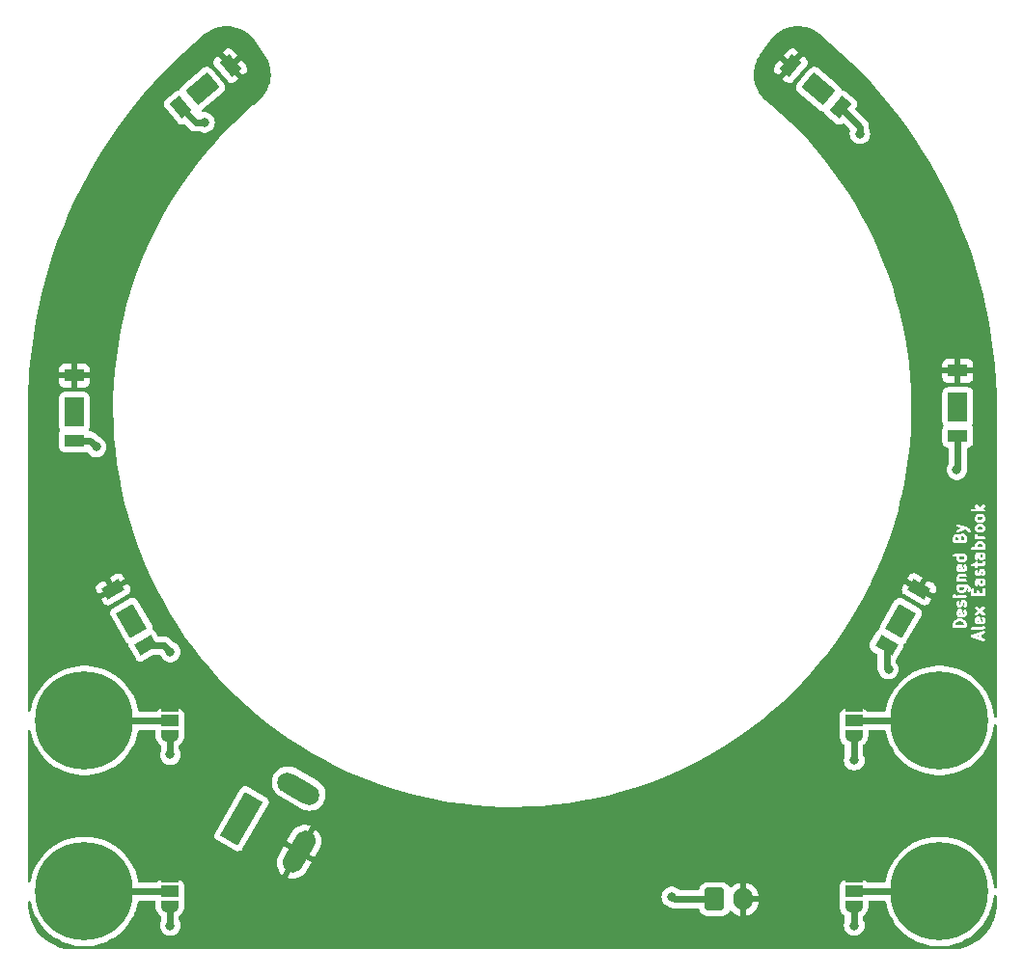
<source format=gbr>
%TF.GenerationSoftware,KiCad,Pcbnew,7.0.8*%
%TF.CreationDate,2024-01-31T23:47:12+00:00*%
%TF.ProjectId,Milo_RingLight,4d696c6f-5f52-4696-9e67-4c696768742e,rev?*%
%TF.SameCoordinates,Original*%
%TF.FileFunction,Copper,L1,Top*%
%TF.FilePolarity,Positive*%
%FSLAX46Y46*%
G04 Gerber Fmt 4.6, Leading zero omitted, Abs format (unit mm)*
G04 Created by KiCad (PCBNEW 7.0.8) date 2024-01-31 23:47:12*
%MOMM*%
%LPD*%
G01*
G04 APERTURE LIST*
G04 Aperture macros list*
%AMRoundRect*
0 Rectangle with rounded corners*
0 $1 Rounding radius*
0 $2 $3 $4 $5 $6 $7 $8 $9 X,Y pos of 4 corners*
0 Add a 4 corners polygon primitive as box body*
4,1,4,$2,$3,$4,$5,$6,$7,$8,$9,$2,$3,0*
0 Add four circle primitives for the rounded corners*
1,1,$1+$1,$2,$3*
1,1,$1+$1,$4,$5*
1,1,$1+$1,$6,$7*
1,1,$1+$1,$8,$9*
0 Add four rect primitives between the rounded corners*
20,1,$1+$1,$2,$3,$4,$5,0*
20,1,$1+$1,$4,$5,$6,$7,0*
20,1,$1+$1,$6,$7,$8,$9,0*
20,1,$1+$1,$8,$9,$2,$3,0*%
%AMHorizOval*
0 Thick line with rounded ends*
0 $1 width*
0 $2 $3 position (X,Y) of the first rounded end (center of the circle)*
0 $4 $5 position (X,Y) of the second rounded end (center of the circle)*
0 Add line between two ends*
20,1,$1,$2,$3,$4,$5,0*
0 Add two circle primitives to create the rounded ends*
1,1,$1,$2,$3*
1,1,$1,$4,$5*%
%AMRotRect*
0 Rectangle, with rotation*
0 The origin of the aperture is its center*
0 $1 length*
0 $2 width*
0 $3 Rotation angle, in degrees counterclockwise*
0 Add horizontal line*
21,1,$1,$2,0,0,$3*%
%AMFreePoly0*
4,1,19,0.550000,-0.750000,0.000000,-0.750000,0.000000,-0.744911,-0.071157,-0.744911,-0.207708,-0.704816,-0.327430,-0.627875,-0.420627,-0.520320,-0.479746,-0.390866,-0.500000,-0.250000,-0.500000,0.250000,-0.479746,0.390866,-0.420627,0.520320,-0.327430,0.627875,-0.207708,0.704816,-0.071157,0.744911,0.000000,0.744911,0.000000,0.750000,0.550000,0.750000,0.550000,-0.750000,0.550000,-0.750000,
$1*%
%AMFreePoly1*
4,1,19,0.000000,0.744911,0.071157,0.744911,0.207708,0.704816,0.327430,0.627875,0.420627,0.520320,0.479746,0.390866,0.500000,0.250000,0.500000,-0.250000,0.479746,-0.390866,0.420627,-0.520320,0.327430,-0.627875,0.207708,-0.704816,0.071157,-0.744911,0.000000,-0.744911,0.000000,-0.750000,-0.550000,-0.750000,-0.550000,0.750000,0.000000,0.750000,0.000000,0.744911,0.000000,0.744911,
$1*%
G04 Aperture macros list end*
%ADD10C,0.250000*%
%TA.AperFunction,ComponentPad*%
%ADD11C,0.900000*%
%TD*%
%TA.AperFunction,ComponentPad*%
%ADD12C,8.600000*%
%TD*%
%TA.AperFunction,SMDPad,CuDef*%
%ADD13FreePoly0,90.000000*%
%TD*%
%TA.AperFunction,SMDPad,CuDef*%
%ADD14R,1.500000X1.000000*%
%TD*%
%TA.AperFunction,SMDPad,CuDef*%
%ADD15FreePoly1,90.000000*%
%TD*%
%TA.AperFunction,SMDPad,CuDef*%
%ADD16R,1.700000X1.100000*%
%TD*%
%TA.AperFunction,SMDPad,CuDef*%
%ADD17R,1.700000X2.500000*%
%TD*%
%TA.AperFunction,ComponentPad*%
%ADD18RoundRect,0.250000X-0.600000X-0.750000X0.600000X-0.750000X0.600000X0.750000X-0.600000X0.750000X0*%
%TD*%
%TA.AperFunction,ComponentPad*%
%ADD19O,1.700000X2.000000*%
%TD*%
%TA.AperFunction,ComponentPad*%
%ADD20RotRect,4.400000X1.800000X60.000000*%
%TD*%
%TA.AperFunction,ComponentPad*%
%ADD21HorizOval,1.800000X0.550000X0.952628X-0.550000X-0.952628X0*%
%TD*%
%TA.AperFunction,ComponentPad*%
%ADD22HorizOval,1.800000X-0.952628X0.550000X0.952628X-0.550000X0*%
%TD*%
%TA.AperFunction,SMDPad,CuDef*%
%ADD23RotRect,1.100000X1.700000X300.000000*%
%TD*%
%TA.AperFunction,SMDPad,CuDef*%
%ADD24RotRect,2.500000X1.700000X300.000000*%
%TD*%
%TA.AperFunction,SMDPad,CuDef*%
%ADD25RotRect,1.100000X1.700000X240.000000*%
%TD*%
%TA.AperFunction,SMDPad,CuDef*%
%ADD26RotRect,2.500000X1.700000X240.000000*%
%TD*%
%TA.AperFunction,SMDPad,CuDef*%
%ADD27RotRect,1.100000X1.700000X320.000000*%
%TD*%
%TA.AperFunction,SMDPad,CuDef*%
%ADD28RotRect,2.500000X1.700000X320.000000*%
%TD*%
%TA.AperFunction,SMDPad,CuDef*%
%ADD29RotRect,1.100000X1.700000X220.000000*%
%TD*%
%TA.AperFunction,SMDPad,CuDef*%
%ADD30RotRect,2.500000X1.700000X220.000000*%
%TD*%
%TA.AperFunction,ViaPad*%
%ADD31C,0.800000*%
%TD*%
%TA.AperFunction,Conductor*%
%ADD32C,0.600000*%
%TD*%
G04 APERTURE END LIST*
D10*
G36*
X110953904Y-75159905D02*
G01*
X110759903Y-75095239D01*
X110953904Y-75030572D01*
X110953904Y-75159905D01*
G37*
G36*
X109472896Y-73856035D02*
G01*
X109537715Y-73888445D01*
X109597746Y-73948476D01*
X109629619Y-74044094D01*
X109629619Y-74136904D01*
X108879619Y-74136904D01*
X108879619Y-74044092D01*
X108911491Y-73948474D01*
X108971519Y-73888446D01*
X109036342Y-73856035D01*
X109198579Y-73815476D01*
X109310658Y-73815476D01*
X109472896Y-73856035D01*
G37*
G36*
X110878809Y-73827381D02*
G01*
X110870318Y-73827381D01*
X110838740Y-73811592D01*
X110822952Y-73780016D01*
X110822952Y-73648556D01*
X110837303Y-73619853D01*
X110878809Y-73827381D01*
G37*
G36*
X109268809Y-73184523D02*
G01*
X109260318Y-73184523D01*
X109228740Y-73168734D01*
X109212952Y-73137158D01*
X109212952Y-73005698D01*
X109227303Y-72976995D01*
X109268809Y-73184523D01*
G37*
G36*
X109629619Y-70946681D02*
G01*
X109604268Y-70997382D01*
X109585336Y-71016315D01*
X109534634Y-71041666D01*
X109307937Y-71041666D01*
X109257235Y-71016315D01*
X109238302Y-70997383D01*
X109212952Y-70946682D01*
X109212952Y-70815476D01*
X109629619Y-70815476D01*
X109629619Y-70946681D01*
G37*
G36*
X111239619Y-70446681D02*
G01*
X111223830Y-70478257D01*
X111192252Y-70494047D01*
X111156032Y-70494047D01*
X111124454Y-70478258D01*
X111108666Y-70446682D01*
X111108666Y-70267857D01*
X111239619Y-70267857D01*
X111239619Y-70446681D01*
G37*
G36*
X109268809Y-69232142D02*
G01*
X109260318Y-69232142D01*
X109228740Y-69216353D01*
X109212952Y-69184777D01*
X109212952Y-69053317D01*
X109227303Y-69024614D01*
X109268809Y-69232142D01*
G37*
G36*
X109629619Y-68280014D02*
G01*
X109604268Y-68330715D01*
X109585336Y-68349648D01*
X109534634Y-68374999D01*
X109307937Y-68374999D01*
X109257235Y-68349648D01*
X109238302Y-68330716D01*
X109212952Y-68280015D01*
X109212952Y-68148809D01*
X109629619Y-68148809D01*
X109629619Y-68280014D01*
G37*
G36*
X111239619Y-68160966D02*
G01*
X111223830Y-68192542D01*
X111192252Y-68208332D01*
X111156032Y-68208332D01*
X111124454Y-68192543D01*
X111108666Y-68160967D01*
X111108666Y-67982142D01*
X111239619Y-67982142D01*
X111239619Y-68160966D01*
G37*
G36*
X111195336Y-67055112D02*
G01*
X111214268Y-67074044D01*
X111239619Y-67124745D01*
X111239619Y-67255951D01*
X110822952Y-67255951D01*
X110822952Y-67124745D01*
X110848302Y-67074043D01*
X110867235Y-67055111D01*
X110917937Y-67029761D01*
X111144634Y-67029761D01*
X111195336Y-67055112D01*
G37*
G36*
X109061526Y-66412254D02*
G01*
X109080458Y-66431187D01*
X109105809Y-66481888D01*
X109105809Y-66660713D01*
X108879619Y-66660713D01*
X108879619Y-66481888D01*
X108904969Y-66431186D01*
X108923902Y-66412254D01*
X108974604Y-66386904D01*
X109010825Y-66386904D01*
X109061526Y-66412254D01*
G37*
G36*
X109585336Y-66364636D02*
G01*
X109604268Y-66383568D01*
X109629619Y-66434269D01*
X109629619Y-66660713D01*
X109355809Y-66660713D01*
X109355809Y-66472663D01*
X109387681Y-66377045D01*
X109400092Y-66364635D01*
X109450794Y-66339285D01*
X109534634Y-66339285D01*
X109585336Y-66364636D01*
G37*
G36*
X111195336Y-65531302D02*
G01*
X111214268Y-65550234D01*
X111239619Y-65600935D01*
X111239619Y-65684775D01*
X111214268Y-65735476D01*
X111195336Y-65754409D01*
X111144634Y-65779760D01*
X110917937Y-65779760D01*
X110867235Y-65754409D01*
X110848302Y-65735477D01*
X110822952Y-65684776D01*
X110822952Y-65600935D01*
X110848302Y-65550233D01*
X110867235Y-65531301D01*
X110917937Y-65505951D01*
X111144634Y-65505951D01*
X111195336Y-65531302D01*
G37*
G36*
X111195336Y-64626540D02*
G01*
X111214268Y-64645472D01*
X111239619Y-64696173D01*
X111239619Y-64780013D01*
X111214268Y-64830714D01*
X111195336Y-64849647D01*
X111144634Y-64874998D01*
X110917937Y-64874998D01*
X110867235Y-64849647D01*
X110848302Y-64830715D01*
X110822952Y-64780014D01*
X110822952Y-64696173D01*
X110848302Y-64645471D01*
X110867235Y-64626539D01*
X110917937Y-64601189D01*
X111144634Y-64601189D01*
X111195336Y-64626540D01*
G37*
G36*
X111632476Y-75692560D02*
G01*
X108486762Y-75692560D01*
X108486762Y-75081933D01*
X110240329Y-75081933D01*
X110245824Y-75112315D01*
X110249112Y-75143023D01*
X110252036Y-75146655D01*
X110252866Y-75151241D01*
X110273909Y-75173823D01*
X110293282Y-75197885D01*
X110299003Y-75200751D01*
X110300884Y-75202770D01*
X110305251Y-75203882D01*
X110325091Y-75213824D01*
X111325090Y-75547157D01*
X111395477Y-75549703D01*
X111456067Y-75513790D01*
X111487623Y-75450822D01*
X111480125Y-75380788D01*
X111435956Y-75325926D01*
X111404147Y-75309986D01*
X111203904Y-75243238D01*
X111203904Y-74947239D01*
X111404147Y-74880492D01*
X111461984Y-74840296D01*
X111488908Y-74775212D01*
X111476372Y-74705904D01*
X111428354Y-74654375D01*
X111360101Y-74636987D01*
X111325090Y-74643321D01*
X110325091Y-74976654D01*
X110299734Y-74994275D01*
X110273171Y-75010020D01*
X110271082Y-75014187D01*
X110267253Y-75016849D01*
X110255447Y-75045386D01*
X110241615Y-75072989D01*
X110242111Y-75077624D01*
X110240329Y-75081933D01*
X108486762Y-75081933D01*
X108486762Y-74446361D01*
X110240891Y-74446361D01*
X110270150Y-74510430D01*
X110329402Y-74548509D01*
X110364619Y-74553572D01*
X111221761Y-74553572D01*
X111232630Y-74550380D01*
X111243899Y-74551597D01*
X111277662Y-74540376D01*
X111372901Y-74492757D01*
X111389286Y-74477516D01*
X111408525Y-74466089D01*
X111421171Y-74447856D01*
X111424473Y-74444786D01*
X111425156Y-74442111D01*
X111428803Y-74436855D01*
X111476422Y-74341617D01*
X111488897Y-74272298D01*
X111461914Y-74207238D01*
X111404041Y-74167094D01*
X111333651Y-74164612D01*
X111273093Y-74200579D01*
X111252815Y-74229814D01*
X111223830Y-74287782D01*
X111192252Y-74303572D01*
X110364619Y-74303572D01*
X110297039Y-74323415D01*
X110250915Y-74376645D01*
X110240891Y-74446361D01*
X108486762Y-74446361D01*
X108486762Y-74261904D01*
X108629619Y-74261904D01*
X108632189Y-74270659D01*
X108630891Y-74279693D01*
X108641957Y-74303925D01*
X108649462Y-74329484D01*
X108656358Y-74335459D01*
X108660150Y-74343762D01*
X108682562Y-74358165D01*
X108702692Y-74375608D01*
X108711724Y-74376906D01*
X108719402Y-74381841D01*
X108754619Y-74386904D01*
X109754619Y-74386904D01*
X109763374Y-74384333D01*
X109772408Y-74385632D01*
X109796640Y-74374565D01*
X109822199Y-74367061D01*
X109828174Y-74360164D01*
X109836477Y-74356373D01*
X109850880Y-74333960D01*
X109868323Y-74313831D01*
X109869621Y-74304798D01*
X109874556Y-74297121D01*
X109879619Y-74261904D01*
X109879619Y-74023809D01*
X109878959Y-74021562D01*
X109879538Y-74019291D01*
X109873204Y-73984280D01*
X109825585Y-73841424D01*
X109819119Y-73832119D01*
X109816710Y-73821046D01*
X109808085Y-73809524D01*
X110572952Y-73809524D01*
X110576144Y-73820396D01*
X110574928Y-73831662D01*
X110586149Y-73865426D01*
X110633767Y-73960663D01*
X110649007Y-73977048D01*
X110660435Y-73996287D01*
X110678667Y-74008933D01*
X110681738Y-74012235D01*
X110684412Y-74012918D01*
X110689669Y-74016565D01*
X110784907Y-74064184D01*
X110796057Y-74066190D01*
X110805592Y-74072318D01*
X110840809Y-74077381D01*
X111221761Y-74077381D01*
X111232630Y-74074189D01*
X111243899Y-74075406D01*
X111277662Y-74064185D01*
X111372901Y-74016566D01*
X111389286Y-74001325D01*
X111408525Y-73989898D01*
X111421171Y-73971665D01*
X111424473Y-73968595D01*
X111425156Y-73965920D01*
X111428803Y-73960664D01*
X111476422Y-73865426D01*
X111478428Y-73854275D01*
X111484556Y-73844741D01*
X111489619Y-73809524D01*
X111489619Y-73619048D01*
X111486426Y-73608175D01*
X111487643Y-73596909D01*
X111476422Y-73563146D01*
X111428803Y-73467908D01*
X111380833Y-73416337D01*
X111312595Y-73398888D01*
X111245756Y-73421100D01*
X111201536Y-73475922D01*
X111193976Y-73545948D01*
X111205197Y-73579712D01*
X111239619Y-73648556D01*
X111239619Y-73780015D01*
X111223830Y-73811591D01*
X111192252Y-73827381D01*
X111133761Y-73827381D01*
X111058620Y-73451676D01*
X111043784Y-73423387D01*
X111030516Y-73394333D01*
X111027546Y-73392424D01*
X111025908Y-73389300D01*
X110998139Y-73373526D01*
X110971264Y-73356254D01*
X110966538Y-73355574D01*
X110964666Y-73354511D01*
X110960661Y-73354729D01*
X110936047Y-73351191D01*
X110840809Y-73351191D01*
X110829936Y-73354383D01*
X110818670Y-73353167D01*
X110784907Y-73364388D01*
X110689669Y-73412007D01*
X110673285Y-73427246D01*
X110654045Y-73438674D01*
X110641397Y-73456907D01*
X110638098Y-73459977D01*
X110637414Y-73462650D01*
X110633767Y-73467909D01*
X110586149Y-73563146D01*
X110584142Y-73574296D01*
X110578015Y-73583831D01*
X110572952Y-73619048D01*
X110572952Y-73809524D01*
X109808085Y-73809524D01*
X109795388Y-73792563D01*
X109700149Y-73697325D01*
X109698093Y-73696202D01*
X109696897Y-73694188D01*
X109667662Y-73673910D01*
X109572425Y-73626292D01*
X109568113Y-73625516D01*
X109546840Y-73616827D01*
X109356364Y-73569208D01*
X109352966Y-73569346D01*
X109326047Y-73565476D01*
X109183190Y-73565476D01*
X109179927Y-73566434D01*
X109152873Y-73569208D01*
X108962397Y-73616827D01*
X108958614Y-73619045D01*
X108936812Y-73626292D01*
X108841574Y-73673911D01*
X108839860Y-73675504D01*
X108837570Y-73676003D01*
X108809088Y-73697326D01*
X108713850Y-73792564D01*
X108708420Y-73802507D01*
X108699592Y-73809615D01*
X108683652Y-73841424D01*
X108636034Y-73984281D01*
X108635949Y-73986619D01*
X108634682Y-73988592D01*
X108629619Y-74023809D01*
X108629619Y-74261904D01*
X108486762Y-74261904D01*
X108486762Y-73166666D01*
X108962952Y-73166666D01*
X108966144Y-73177538D01*
X108964928Y-73188804D01*
X108976149Y-73222568D01*
X109023767Y-73317805D01*
X109039007Y-73334190D01*
X109050435Y-73353429D01*
X109068667Y-73366075D01*
X109071738Y-73369377D01*
X109074412Y-73370060D01*
X109079669Y-73373707D01*
X109174907Y-73421326D01*
X109186057Y-73423332D01*
X109195592Y-73429460D01*
X109230809Y-73434523D01*
X109611761Y-73434523D01*
X109622630Y-73431331D01*
X109633899Y-73432548D01*
X109667662Y-73421327D01*
X109762901Y-73373708D01*
X109779286Y-73358467D01*
X109798525Y-73347040D01*
X109811171Y-73328807D01*
X109814473Y-73325737D01*
X109815156Y-73323062D01*
X109818803Y-73317806D01*
X109866422Y-73222568D01*
X109868428Y-73211417D01*
X109874556Y-73201883D01*
X109879619Y-73166666D01*
X109879619Y-72976190D01*
X109876426Y-72965317D01*
X109877643Y-72954051D01*
X109866422Y-72920288D01*
X109818803Y-72825050D01*
X109770833Y-72773479D01*
X109702595Y-72756030D01*
X109635756Y-72778242D01*
X109591536Y-72833064D01*
X109583976Y-72903090D01*
X109595197Y-72936854D01*
X109629619Y-73005698D01*
X109629619Y-73137157D01*
X109613830Y-73168733D01*
X109582252Y-73184523D01*
X109523761Y-73184523D01*
X109448620Y-72808818D01*
X109433784Y-72780529D01*
X109420516Y-72751475D01*
X109417546Y-72749566D01*
X109415908Y-72746442D01*
X109388139Y-72730668D01*
X109361264Y-72713396D01*
X109356538Y-72712716D01*
X109354666Y-72711653D01*
X109350661Y-72711871D01*
X109326047Y-72708333D01*
X109230809Y-72708333D01*
X109219936Y-72711525D01*
X109208670Y-72710309D01*
X109174907Y-72721530D01*
X109079669Y-72769149D01*
X109063285Y-72784388D01*
X109044045Y-72795816D01*
X109031397Y-72814049D01*
X109028098Y-72817119D01*
X109027414Y-72819792D01*
X109023767Y-72825051D01*
X108976149Y-72920288D01*
X108974142Y-72931438D01*
X108968015Y-72940973D01*
X108962952Y-72976190D01*
X108962952Y-73166666D01*
X108486762Y-73166666D01*
X108486762Y-72625050D01*
X110573096Y-72625050D01*
X110596161Y-72691599D01*
X110620724Y-72717338D01*
X110828960Y-72880952D01*
X110620724Y-73044567D01*
X110579844Y-73101922D01*
X110576463Y-73172275D01*
X110611653Y-73233287D01*
X110674243Y-73265588D01*
X110744360Y-73258924D01*
X110775180Y-73241147D01*
X111031285Y-73039921D01*
X111287391Y-73241147D01*
X111352790Y-73267296D01*
X111421945Y-73253937D01*
X111472899Y-73205311D01*
X111489475Y-73136855D01*
X111466410Y-73070306D01*
X111441847Y-73044567D01*
X111233610Y-72880952D01*
X111441847Y-72717338D01*
X111482727Y-72659983D01*
X111486108Y-72589630D01*
X111450918Y-72528618D01*
X111388328Y-72496317D01*
X111318211Y-72502981D01*
X111287391Y-72520758D01*
X111031285Y-72721983D01*
X110775180Y-72520758D01*
X110709781Y-72494609D01*
X110640626Y-72507968D01*
X110589672Y-72556594D01*
X110573096Y-72625050D01*
X108486762Y-72625050D01*
X108486762Y-72309523D01*
X108962952Y-72309523D01*
X108966144Y-72320395D01*
X108964928Y-72331661D01*
X108976149Y-72365425D01*
X109023767Y-72460662D01*
X109039007Y-72477047D01*
X109050435Y-72496286D01*
X109068667Y-72508932D01*
X109071738Y-72512234D01*
X109074412Y-72512917D01*
X109079669Y-72516564D01*
X109174907Y-72564183D01*
X109186057Y-72566189D01*
X109195592Y-72572317D01*
X109230809Y-72577380D01*
X109278428Y-72577380D01*
X109289300Y-72574187D01*
X109300566Y-72575404D01*
X109334330Y-72564183D01*
X109429567Y-72516565D01*
X109445952Y-72501324D01*
X109465191Y-72489897D01*
X109477837Y-72471664D01*
X109481139Y-72468594D01*
X109481822Y-72465919D01*
X109485469Y-72460663D01*
X109533088Y-72365425D01*
X109535094Y-72354274D01*
X109541222Y-72344740D01*
X109546285Y-72309523D01*
X109546285Y-72196174D01*
X109562073Y-72164597D01*
X109587951Y-72151658D01*
X109613830Y-72164598D01*
X109629619Y-72196174D01*
X109629619Y-72327633D01*
X109595197Y-72396478D01*
X109582722Y-72465798D01*
X109609705Y-72530857D01*
X109667578Y-72571001D01*
X109737968Y-72573484D01*
X109798525Y-72537516D01*
X109818803Y-72508282D01*
X109866422Y-72413044D01*
X109868428Y-72401893D01*
X109874556Y-72392359D01*
X109879619Y-72357142D01*
X109879619Y-72166666D01*
X109876426Y-72155793D01*
X109877643Y-72144527D01*
X109866422Y-72110764D01*
X109818803Y-72015526D01*
X109803563Y-71999142D01*
X109792136Y-71979902D01*
X109773902Y-71967254D01*
X109770833Y-71963955D01*
X109768159Y-71963271D01*
X109762901Y-71959624D01*
X109667662Y-71912005D01*
X109656510Y-71909998D01*
X109646978Y-71903872D01*
X109611761Y-71898809D01*
X109564142Y-71898809D01*
X109553269Y-71902001D01*
X109542003Y-71900785D01*
X109508240Y-71912006D01*
X109413002Y-71959625D01*
X109396618Y-71974864D01*
X109377378Y-71986292D01*
X109364730Y-72004525D01*
X109361431Y-72007595D01*
X109360747Y-72010268D01*
X109357100Y-72015527D01*
X109309482Y-72110764D01*
X109307475Y-72121914D01*
X109301348Y-72131449D01*
X109296285Y-72166666D01*
X109296285Y-72280014D01*
X109280496Y-72311591D01*
X109254618Y-72324530D01*
X109228740Y-72311591D01*
X109212952Y-72280015D01*
X109212952Y-72196174D01*
X109247374Y-72127330D01*
X109259849Y-72058011D01*
X109232866Y-71992951D01*
X109174993Y-71952807D01*
X109104603Y-71950325D01*
X109044045Y-71986292D01*
X109023767Y-72015527D01*
X108976149Y-72110764D01*
X108974142Y-72121914D01*
X108968015Y-72131449D01*
X108962952Y-72166666D01*
X108962952Y-72309523D01*
X108486762Y-72309523D01*
X108486762Y-71586320D01*
X108629937Y-71586320D01*
X108632823Y-71599587D01*
X108630891Y-71613026D01*
X108636531Y-71625376D01*
X108637500Y-71638920D01*
X108642969Y-71646225D01*
X108644909Y-71655143D01*
X108658284Y-71673009D01*
X108660150Y-71677095D01*
X108662448Y-71678572D01*
X108666231Y-71683625D01*
X108713849Y-71731244D01*
X108721858Y-71735617D01*
X108727328Y-71742924D01*
X108752290Y-71752234D01*
X108775667Y-71764999D01*
X108784768Y-71764348D01*
X108793321Y-71767538D01*
X108819357Y-71761874D01*
X108845921Y-71759974D01*
X108853225Y-71754506D01*
X108862144Y-71752566D01*
X108890626Y-71731244D01*
X108938245Y-71683626D01*
X108942619Y-71675615D01*
X108949924Y-71670147D01*
X108954668Y-71657426D01*
X108963561Y-71647164D01*
X108965493Y-71633723D01*
X108969949Y-71625563D01*
X108993483Y-71677095D01*
X109052735Y-71715174D01*
X109087952Y-71720237D01*
X109754619Y-71720237D01*
X109822199Y-71700394D01*
X109868323Y-71647164D01*
X109878347Y-71577448D01*
X109849088Y-71513379D01*
X109791221Y-71476190D01*
X110239619Y-71476190D01*
X110242189Y-71484945D01*
X110240891Y-71493979D01*
X110251957Y-71518211D01*
X110259462Y-71543770D01*
X110266358Y-71549745D01*
X110270150Y-71558048D01*
X110292562Y-71572451D01*
X110312692Y-71589894D01*
X110321724Y-71591192D01*
X110329402Y-71596127D01*
X110364619Y-71601190D01*
X111364619Y-71601190D01*
X111373374Y-71598619D01*
X111382408Y-71599918D01*
X111406640Y-71588851D01*
X111432199Y-71581347D01*
X111438174Y-71574450D01*
X111446477Y-71570659D01*
X111460880Y-71548246D01*
X111478323Y-71528117D01*
X111479621Y-71519084D01*
X111484556Y-71511407D01*
X111489619Y-71476190D01*
X111489619Y-71000000D01*
X111469776Y-70932420D01*
X111416546Y-70886296D01*
X111346830Y-70876272D01*
X111282761Y-70905531D01*
X111244682Y-70964783D01*
X111239619Y-71000000D01*
X111239619Y-71351190D01*
X110965809Y-71351190D01*
X110965809Y-71142857D01*
X110945966Y-71075277D01*
X110892736Y-71029153D01*
X110823020Y-71019129D01*
X110758951Y-71048388D01*
X110720872Y-71107640D01*
X110715809Y-71142857D01*
X110715809Y-71351190D01*
X110489619Y-71351190D01*
X110489619Y-71000000D01*
X110469776Y-70932420D01*
X110416546Y-70886296D01*
X110346830Y-70876272D01*
X110282761Y-70905531D01*
X110244682Y-70964783D01*
X110239619Y-71000000D01*
X110239619Y-71476190D01*
X109791221Y-71476190D01*
X109789836Y-71475300D01*
X109754619Y-71470237D01*
X109087952Y-71470237D01*
X109020372Y-71490080D01*
X108974248Y-71543310D01*
X108970356Y-71570377D01*
X108967943Y-71565094D01*
X108966975Y-71551554D01*
X108961507Y-71544249D01*
X108959567Y-71535331D01*
X108946190Y-71517462D01*
X108944326Y-71513379D01*
X108942028Y-71511902D01*
X108938245Y-71506848D01*
X108890626Y-71459230D01*
X108882616Y-71454856D01*
X108877148Y-71447551D01*
X108852191Y-71438242D01*
X108828809Y-71425474D01*
X108819705Y-71426125D01*
X108811155Y-71422936D01*
X108785125Y-71428598D01*
X108758555Y-71430499D01*
X108751249Y-71435968D01*
X108742332Y-71437908D01*
X108713849Y-71459230D01*
X108666231Y-71506849D01*
X108661858Y-71514856D01*
X108654551Y-71520327D01*
X108649805Y-71533049D01*
X108640915Y-71543310D01*
X108638982Y-71556748D01*
X108632475Y-71568666D01*
X108633126Y-71577769D01*
X108629937Y-71586320D01*
X108486762Y-71586320D01*
X108486762Y-70976190D01*
X108962952Y-70976190D01*
X108966144Y-70987062D01*
X108964928Y-70998328D01*
X108976149Y-71032092D01*
X109023767Y-71127329D01*
X109025363Y-71129044D01*
X109025861Y-71131334D01*
X109047183Y-71159816D01*
X109094801Y-71207435D01*
X109096857Y-71208558D01*
X109098054Y-71210572D01*
X109127288Y-71230850D01*
X109222526Y-71278469D01*
X109233676Y-71280475D01*
X109243211Y-71286603D01*
X109278428Y-71291666D01*
X109564142Y-71291666D01*
X109575014Y-71288473D01*
X109586280Y-71289690D01*
X109620044Y-71278469D01*
X109715281Y-71230851D01*
X109716995Y-71229255D01*
X109719285Y-71228758D01*
X109747767Y-71207436D01*
X109795387Y-71159817D01*
X109796509Y-71157760D01*
X109798525Y-71156564D01*
X109818803Y-71127330D01*
X109866422Y-71032092D01*
X109868428Y-71020941D01*
X109874556Y-71011407D01*
X109879619Y-70976190D01*
X109879619Y-70821301D01*
X109918669Y-70840826D01*
X109937601Y-70859759D01*
X109962952Y-70910460D01*
X109962952Y-70994300D01*
X109928530Y-71063145D01*
X109916055Y-71132465D01*
X109943038Y-71197524D01*
X110000911Y-71237668D01*
X110071301Y-71240151D01*
X110131858Y-71204183D01*
X110152136Y-71174949D01*
X110199755Y-71079711D01*
X110201761Y-71068560D01*
X110207889Y-71059026D01*
X110212952Y-71023809D01*
X110212952Y-70880952D01*
X110209759Y-70870079D01*
X110210976Y-70858813D01*
X110199755Y-70825050D01*
X110152136Y-70729812D01*
X110150541Y-70728097D01*
X110150043Y-70725808D01*
X110128721Y-70697325D01*
X110081102Y-70649707D01*
X110079047Y-70648585D01*
X110077850Y-70646569D01*
X110048615Y-70626291D01*
X109953378Y-70578673D01*
X109942227Y-70576666D01*
X109932693Y-70570539D01*
X109897476Y-70565476D01*
X109087952Y-70565476D01*
X109020372Y-70585319D01*
X108974248Y-70638549D01*
X108964224Y-70708265D01*
X108975559Y-70733086D01*
X108974142Y-70740962D01*
X108968015Y-70750497D01*
X108962952Y-70785714D01*
X108962952Y-70976190D01*
X108486762Y-70976190D01*
X108486762Y-70476190D01*
X110572952Y-70476190D01*
X110576144Y-70487062D01*
X110574928Y-70498328D01*
X110586149Y-70532092D01*
X110633767Y-70627329D01*
X110681738Y-70678901D01*
X110749976Y-70696350D01*
X110816815Y-70674138D01*
X110861035Y-70619315D01*
X110868595Y-70549289D01*
X110857374Y-70515526D01*
X110822952Y-70446682D01*
X110822952Y-70315222D01*
X110838740Y-70283645D01*
X110858666Y-70273682D01*
X110858666Y-70476190D01*
X110861858Y-70487062D01*
X110860642Y-70498328D01*
X110871863Y-70532092D01*
X110919481Y-70627329D01*
X110934721Y-70643714D01*
X110946149Y-70662953D01*
X110964381Y-70675599D01*
X110967452Y-70678901D01*
X110970126Y-70679584D01*
X110975383Y-70683231D01*
X111070621Y-70730850D01*
X111081771Y-70732856D01*
X111091306Y-70738984D01*
X111126523Y-70744047D01*
X111221761Y-70744047D01*
X111232630Y-70740855D01*
X111243899Y-70742072D01*
X111277662Y-70730851D01*
X111372901Y-70683232D01*
X111389286Y-70667991D01*
X111408525Y-70656564D01*
X111421171Y-70638331D01*
X111424473Y-70635261D01*
X111425156Y-70632586D01*
X111428803Y-70627330D01*
X111476422Y-70532092D01*
X111478428Y-70520941D01*
X111484556Y-70511407D01*
X111489619Y-70476190D01*
X111489619Y-70238095D01*
X111486426Y-70227222D01*
X111487643Y-70215956D01*
X111479012Y-70189987D01*
X111488347Y-70125068D01*
X111459088Y-70060999D01*
X111399836Y-70022920D01*
X111364619Y-70017857D01*
X110840809Y-70017857D01*
X110829936Y-70021049D01*
X110818670Y-70019833D01*
X110784907Y-70031054D01*
X110689669Y-70078673D01*
X110673285Y-70093912D01*
X110654045Y-70105340D01*
X110641397Y-70123573D01*
X110638098Y-70126643D01*
X110637414Y-70129316D01*
X110633767Y-70134575D01*
X110586149Y-70229812D01*
X110584142Y-70240962D01*
X110578015Y-70250497D01*
X110572952Y-70285714D01*
X110572952Y-70476190D01*
X108486762Y-70476190D01*
X108486762Y-70071428D01*
X108962952Y-70071428D01*
X108966144Y-70082300D01*
X108964928Y-70093566D01*
X108976149Y-70127330D01*
X108986559Y-70148150D01*
X108974248Y-70162358D01*
X108964224Y-70232074D01*
X108993483Y-70296143D01*
X109052735Y-70334222D01*
X109087952Y-70339285D01*
X109754619Y-70339285D01*
X109822199Y-70319442D01*
X109868323Y-70266212D01*
X109878347Y-70196496D01*
X109849088Y-70132427D01*
X109789836Y-70094348D01*
X109754619Y-70089285D01*
X109236634Y-70089285D01*
X109212952Y-70041920D01*
X109212952Y-69958079D01*
X109228740Y-69926502D01*
X109260318Y-69910714D01*
X109754619Y-69910714D01*
X109822199Y-69890871D01*
X109868323Y-69837641D01*
X109878347Y-69767925D01*
X109849088Y-69703856D01*
X109789836Y-69665777D01*
X109754619Y-69660714D01*
X109230809Y-69660714D01*
X109219936Y-69663906D01*
X109208670Y-69662690D01*
X109174907Y-69673911D01*
X109079669Y-69721530D01*
X109063285Y-69736769D01*
X109044045Y-69748197D01*
X109031397Y-69766430D01*
X109028098Y-69769500D01*
X109027414Y-69772173D01*
X109023767Y-69777432D01*
X108976149Y-69872669D01*
X108974142Y-69883819D01*
X108968015Y-69893354D01*
X108962952Y-69928571D01*
X108962952Y-70071428D01*
X108486762Y-70071428D01*
X108486762Y-69571428D01*
X110572952Y-69571428D01*
X110576144Y-69582300D01*
X110574928Y-69593566D01*
X110586149Y-69627330D01*
X110633767Y-69722567D01*
X110649007Y-69738952D01*
X110660435Y-69758191D01*
X110678667Y-69770837D01*
X110681738Y-69774139D01*
X110684412Y-69774822D01*
X110689669Y-69778469D01*
X110784907Y-69826088D01*
X110796057Y-69828094D01*
X110805592Y-69834222D01*
X110840809Y-69839285D01*
X110888428Y-69839285D01*
X110899300Y-69836092D01*
X110910566Y-69837309D01*
X110944330Y-69826088D01*
X111039567Y-69778470D01*
X111055952Y-69763229D01*
X111075191Y-69751802D01*
X111087837Y-69733569D01*
X111091139Y-69730499D01*
X111091822Y-69727824D01*
X111095469Y-69722568D01*
X111143088Y-69627330D01*
X111145094Y-69616179D01*
X111151222Y-69606645D01*
X111156285Y-69571428D01*
X111156285Y-69458079D01*
X111172073Y-69426502D01*
X111197951Y-69413563D01*
X111223830Y-69426503D01*
X111239619Y-69458079D01*
X111239619Y-69589538D01*
X111205197Y-69658383D01*
X111192722Y-69727703D01*
X111219705Y-69792762D01*
X111277578Y-69832906D01*
X111347968Y-69835389D01*
X111408525Y-69799421D01*
X111428803Y-69770187D01*
X111476422Y-69674949D01*
X111478428Y-69663798D01*
X111484556Y-69654264D01*
X111489619Y-69619047D01*
X111489619Y-69428571D01*
X111486426Y-69417698D01*
X111487643Y-69406432D01*
X111476422Y-69372669D01*
X111428803Y-69277431D01*
X111413563Y-69261047D01*
X111402136Y-69241807D01*
X111383902Y-69229159D01*
X111380833Y-69225860D01*
X111378159Y-69225176D01*
X111372901Y-69221529D01*
X111277662Y-69173910D01*
X111266510Y-69171903D01*
X111256978Y-69165777D01*
X111221761Y-69160714D01*
X111174142Y-69160714D01*
X111163269Y-69163906D01*
X111152003Y-69162690D01*
X111118240Y-69173911D01*
X111023002Y-69221530D01*
X111006618Y-69236769D01*
X110987378Y-69248197D01*
X110974730Y-69266430D01*
X110971431Y-69269500D01*
X110970747Y-69272173D01*
X110967100Y-69277432D01*
X110919482Y-69372669D01*
X110917475Y-69383819D01*
X110911348Y-69393354D01*
X110906285Y-69428571D01*
X110906285Y-69541919D01*
X110890496Y-69573496D01*
X110864618Y-69586435D01*
X110838740Y-69573496D01*
X110822952Y-69541920D01*
X110822952Y-69458079D01*
X110857374Y-69389235D01*
X110869849Y-69319916D01*
X110842866Y-69254856D01*
X110784993Y-69214712D01*
X110714603Y-69212230D01*
X110654045Y-69248197D01*
X110633767Y-69277432D01*
X110586149Y-69372669D01*
X110584142Y-69383819D01*
X110578015Y-69393354D01*
X110572952Y-69428571D01*
X110572952Y-69571428D01*
X108486762Y-69571428D01*
X108486762Y-69214285D01*
X108962952Y-69214285D01*
X108966144Y-69225157D01*
X108964928Y-69236423D01*
X108976149Y-69270187D01*
X109023767Y-69365424D01*
X109039007Y-69381809D01*
X109050435Y-69401048D01*
X109068667Y-69413694D01*
X109071738Y-69416996D01*
X109074412Y-69417679D01*
X109079669Y-69421326D01*
X109174907Y-69468945D01*
X109186057Y-69470951D01*
X109195592Y-69477079D01*
X109230809Y-69482142D01*
X109611761Y-69482142D01*
X109622630Y-69478950D01*
X109633899Y-69480167D01*
X109667662Y-69468946D01*
X109762901Y-69421327D01*
X109779286Y-69406086D01*
X109798525Y-69394659D01*
X109811171Y-69376426D01*
X109814473Y-69373356D01*
X109815156Y-69370681D01*
X109818803Y-69365425D01*
X109866422Y-69270187D01*
X109868428Y-69259036D01*
X109874556Y-69249502D01*
X109879619Y-69214285D01*
X109879619Y-69023809D01*
X109876426Y-69012936D01*
X109877643Y-69001670D01*
X109866422Y-68967907D01*
X109819934Y-68874931D01*
X110240891Y-68874931D01*
X110270150Y-68939000D01*
X110329402Y-68977079D01*
X110364619Y-68982142D01*
X110572952Y-68982142D01*
X110572952Y-68999999D01*
X110592795Y-69067579D01*
X110646025Y-69113703D01*
X110715741Y-69123727D01*
X110779810Y-69094468D01*
X110817889Y-69035216D01*
X110822952Y-68999999D01*
X110822952Y-68982142D01*
X111221761Y-68982142D01*
X111232630Y-68978950D01*
X111243899Y-68980167D01*
X111277662Y-68968946D01*
X111372901Y-68921327D01*
X111389286Y-68906086D01*
X111408525Y-68894659D01*
X111421171Y-68876426D01*
X111424473Y-68873356D01*
X111425156Y-68870681D01*
X111428803Y-68865425D01*
X111476422Y-68770187D01*
X111478428Y-68759036D01*
X111484556Y-68749502D01*
X111489619Y-68714285D01*
X111489619Y-68619047D01*
X111469776Y-68551467D01*
X111416546Y-68505343D01*
X111346830Y-68495319D01*
X111282761Y-68524578D01*
X111244682Y-68583830D01*
X111239619Y-68619047D01*
X111239619Y-68684776D01*
X111223830Y-68716352D01*
X111192252Y-68732142D01*
X110822952Y-68732142D01*
X110822952Y-68619047D01*
X110803109Y-68551467D01*
X110749879Y-68505343D01*
X110680163Y-68495319D01*
X110616094Y-68524578D01*
X110578015Y-68583830D01*
X110572952Y-68619047D01*
X110572952Y-68732142D01*
X110364619Y-68732142D01*
X110297039Y-68751985D01*
X110250915Y-68805215D01*
X110240891Y-68874931D01*
X109819934Y-68874931D01*
X109818803Y-68872669D01*
X109770833Y-68821098D01*
X109702595Y-68803649D01*
X109635756Y-68825861D01*
X109591536Y-68880683D01*
X109583976Y-68950709D01*
X109595197Y-68984473D01*
X109629619Y-69053317D01*
X109629619Y-69184776D01*
X109613830Y-69216352D01*
X109582252Y-69232142D01*
X109523761Y-69232142D01*
X109448620Y-68856437D01*
X109433784Y-68828148D01*
X109420516Y-68799094D01*
X109417546Y-68797185D01*
X109415908Y-68794061D01*
X109388139Y-68778287D01*
X109361264Y-68761015D01*
X109356538Y-68760335D01*
X109354666Y-68759272D01*
X109350661Y-68759490D01*
X109326047Y-68755952D01*
X109230809Y-68755952D01*
X109219936Y-68759144D01*
X109208670Y-68757928D01*
X109174907Y-68769149D01*
X109079669Y-68816768D01*
X109063285Y-68832007D01*
X109044045Y-68843435D01*
X109031397Y-68861668D01*
X109028098Y-68864738D01*
X109027414Y-68867411D01*
X109023767Y-68872670D01*
X108976149Y-68967907D01*
X108974142Y-68979057D01*
X108968015Y-68988592D01*
X108962952Y-69023809D01*
X108962952Y-69214285D01*
X108486762Y-69214285D01*
X108486762Y-68041598D01*
X108630891Y-68041598D01*
X108660150Y-68105667D01*
X108719402Y-68143746D01*
X108754619Y-68148809D01*
X108962952Y-68148809D01*
X108962952Y-68309523D01*
X108966144Y-68320395D01*
X108964928Y-68331661D01*
X108976149Y-68365425D01*
X109023767Y-68460662D01*
X109025363Y-68462377D01*
X109025861Y-68464667D01*
X109047183Y-68493149D01*
X109094801Y-68540768D01*
X109096857Y-68541891D01*
X109098054Y-68543905D01*
X109127288Y-68564183D01*
X109222526Y-68611802D01*
X109233676Y-68613808D01*
X109243211Y-68619936D01*
X109278428Y-68624999D01*
X109564142Y-68624999D01*
X109575014Y-68621806D01*
X109586280Y-68623023D01*
X109620044Y-68611802D01*
X109715281Y-68564184D01*
X109716995Y-68562588D01*
X109719285Y-68562091D01*
X109747767Y-68540769D01*
X109795387Y-68493150D01*
X109796509Y-68491093D01*
X109798525Y-68489897D01*
X109818803Y-68460663D01*
X109866422Y-68365425D01*
X109868428Y-68354274D01*
X109874556Y-68344740D01*
X109879619Y-68309523D01*
X109879619Y-68190475D01*
X110572952Y-68190475D01*
X110576144Y-68201347D01*
X110574928Y-68212613D01*
X110586149Y-68246377D01*
X110633767Y-68341614D01*
X110681738Y-68393186D01*
X110749976Y-68410635D01*
X110816815Y-68388423D01*
X110861035Y-68333600D01*
X110868595Y-68263574D01*
X110857374Y-68229811D01*
X110822952Y-68160967D01*
X110822952Y-68029507D01*
X110838740Y-67997930D01*
X110858666Y-67987967D01*
X110858666Y-68190475D01*
X110861858Y-68201347D01*
X110860642Y-68212613D01*
X110871863Y-68246377D01*
X110919481Y-68341614D01*
X110934721Y-68357999D01*
X110946149Y-68377238D01*
X110964381Y-68389884D01*
X110967452Y-68393186D01*
X110970126Y-68393869D01*
X110975383Y-68397516D01*
X111070621Y-68445135D01*
X111081771Y-68447141D01*
X111091306Y-68453269D01*
X111126523Y-68458332D01*
X111221761Y-68458332D01*
X111232630Y-68455140D01*
X111243899Y-68456357D01*
X111277662Y-68445136D01*
X111372901Y-68397517D01*
X111389286Y-68382276D01*
X111408525Y-68370849D01*
X111421171Y-68352616D01*
X111424473Y-68349546D01*
X111425156Y-68346871D01*
X111428803Y-68341615D01*
X111476422Y-68246377D01*
X111478428Y-68235226D01*
X111484556Y-68225692D01*
X111489619Y-68190475D01*
X111489619Y-67952380D01*
X111486426Y-67941507D01*
X111487643Y-67930241D01*
X111479012Y-67904272D01*
X111488347Y-67839353D01*
X111459088Y-67775284D01*
X111399836Y-67737205D01*
X111364619Y-67732142D01*
X110840809Y-67732142D01*
X110829936Y-67735334D01*
X110818670Y-67734118D01*
X110784907Y-67745339D01*
X110689669Y-67792958D01*
X110673285Y-67808197D01*
X110654045Y-67819625D01*
X110641397Y-67837858D01*
X110638098Y-67840928D01*
X110637414Y-67843601D01*
X110633767Y-67848860D01*
X110586149Y-67944097D01*
X110584142Y-67955247D01*
X110578015Y-67964782D01*
X110572952Y-67999999D01*
X110572952Y-68190475D01*
X109879619Y-68190475D01*
X109879619Y-68119047D01*
X109876426Y-68108174D01*
X109877643Y-68096908D01*
X109869012Y-68070939D01*
X109878347Y-68006020D01*
X109849088Y-67941951D01*
X109789836Y-67903872D01*
X109754619Y-67898809D01*
X108754619Y-67898809D01*
X108687039Y-67918652D01*
X108640915Y-67971882D01*
X108630891Y-68041598D01*
X108486762Y-68041598D01*
X108486762Y-67398740D01*
X110240891Y-67398740D01*
X110270150Y-67462809D01*
X110329402Y-67500888D01*
X110364619Y-67505951D01*
X111364619Y-67505951D01*
X111432199Y-67486108D01*
X111478323Y-67432878D01*
X111488347Y-67363162D01*
X111477011Y-67338340D01*
X111478428Y-67330464D01*
X111484556Y-67320930D01*
X111489619Y-67285713D01*
X111489619Y-67095237D01*
X111486426Y-67084364D01*
X111487643Y-67073098D01*
X111476422Y-67039335D01*
X111428803Y-66944097D01*
X111427208Y-66942382D01*
X111426710Y-66940092D01*
X111405387Y-66911610D01*
X111357767Y-66863991D01*
X111355713Y-66862869D01*
X111354516Y-66860854D01*
X111325281Y-66840576D01*
X111230044Y-66792958D01*
X111218893Y-66790951D01*
X111209359Y-66784824D01*
X111174142Y-66779761D01*
X110888428Y-66779761D01*
X110877555Y-66782953D01*
X110866289Y-66781737D01*
X110832526Y-66792958D01*
X110737288Y-66840577D01*
X110735573Y-66842171D01*
X110733284Y-66842670D01*
X110704801Y-66863992D01*
X110657183Y-66911611D01*
X110656061Y-66913665D01*
X110654045Y-66914863D01*
X110633767Y-66944098D01*
X110586149Y-67039335D01*
X110584142Y-67050485D01*
X110578015Y-67060020D01*
X110572952Y-67095237D01*
X110572952Y-67255951D01*
X110364619Y-67255951D01*
X110297039Y-67275794D01*
X110250915Y-67329024D01*
X110240891Y-67398740D01*
X108486762Y-67398740D01*
X108486762Y-66785713D01*
X108629619Y-66785713D01*
X108632189Y-66794468D01*
X108630891Y-66803502D01*
X108641957Y-66827734D01*
X108649462Y-66853293D01*
X108656358Y-66859268D01*
X108660150Y-66867571D01*
X108682562Y-66881974D01*
X108702692Y-66899417D01*
X108711724Y-66900715D01*
X108719402Y-66905650D01*
X108754619Y-66910713D01*
X109754619Y-66910713D01*
X109763374Y-66908142D01*
X109772408Y-66909441D01*
X109796640Y-66898374D01*
X109822199Y-66890870D01*
X109828174Y-66883973D01*
X109836477Y-66880182D01*
X109850880Y-66857769D01*
X109868323Y-66837640D01*
X109869621Y-66828607D01*
X109874556Y-66820930D01*
X109879619Y-66785713D01*
X109879619Y-66404761D01*
X109876426Y-66393888D01*
X109877643Y-66382622D01*
X109866422Y-66348859D01*
X109834849Y-66285713D01*
X110572952Y-66285713D01*
X110576144Y-66296585D01*
X110574928Y-66307851D01*
X110586149Y-66341615D01*
X110611656Y-66392630D01*
X110584248Y-66424262D01*
X110574224Y-66493978D01*
X110603483Y-66558047D01*
X110662735Y-66596126D01*
X110697952Y-66601189D01*
X111364619Y-66601189D01*
X111432199Y-66581346D01*
X111478323Y-66528116D01*
X111488347Y-66458400D01*
X111459088Y-66394331D01*
X111399836Y-66356252D01*
X111364619Y-66351189D01*
X110917937Y-66351189D01*
X110867235Y-66325838D01*
X110848302Y-66306906D01*
X110822952Y-66256205D01*
X110822952Y-66190475D01*
X110803109Y-66122895D01*
X110749879Y-66076771D01*
X110680163Y-66066747D01*
X110616094Y-66096006D01*
X110578015Y-66155258D01*
X110572952Y-66190475D01*
X110572952Y-66285713D01*
X109834849Y-66285713D01*
X109818803Y-66253621D01*
X109817208Y-66251906D01*
X109816710Y-66249616D01*
X109795387Y-66221134D01*
X109747767Y-66173515D01*
X109745713Y-66172393D01*
X109744516Y-66170378D01*
X109715281Y-66150100D01*
X109620044Y-66102482D01*
X109608893Y-66100475D01*
X109599359Y-66094348D01*
X109564142Y-66089285D01*
X109421285Y-66089285D01*
X109410412Y-66092477D01*
X109399146Y-66091261D01*
X109365383Y-66102482D01*
X109270145Y-66150101D01*
X109268430Y-66151695D01*
X109266141Y-66152194D01*
X109237658Y-66173516D01*
X109204452Y-66206722D01*
X109191472Y-66197719D01*
X109096235Y-66150101D01*
X109085084Y-66148094D01*
X109075550Y-66141967D01*
X109040333Y-66136904D01*
X108945095Y-66136904D01*
X108934222Y-66140096D01*
X108922956Y-66138880D01*
X108889193Y-66150101D01*
X108793955Y-66197720D01*
X108792240Y-66199314D01*
X108789951Y-66199813D01*
X108761468Y-66221135D01*
X108713850Y-66268754D01*
X108712728Y-66270808D01*
X108710712Y-66272006D01*
X108690434Y-66301241D01*
X108642816Y-66396478D01*
X108640809Y-66407628D01*
X108634682Y-66417163D01*
X108629619Y-66452380D01*
X108629619Y-66785713D01*
X108486762Y-66785713D01*
X108486762Y-65870292D01*
X108963407Y-65870292D01*
X108977415Y-65939318D01*
X109026518Y-65989813D01*
X109095126Y-66005745D01*
X109129994Y-65998669D01*
X109752114Y-65776483D01*
X109922469Y-65844625D01*
X109937601Y-65859758D01*
X109976148Y-65936852D01*
X110024119Y-65988424D01*
X110092357Y-66005873D01*
X110159196Y-65983661D01*
X110203416Y-65928838D01*
X110210976Y-65858812D01*
X110199755Y-65825049D01*
X110152136Y-65729811D01*
X110150541Y-65728096D01*
X110150043Y-65725807D01*
X110141417Y-65714284D01*
X110572952Y-65714284D01*
X110576144Y-65725156D01*
X110574928Y-65736422D01*
X110586149Y-65770186D01*
X110633767Y-65865423D01*
X110635363Y-65867138D01*
X110635861Y-65869428D01*
X110657183Y-65897910D01*
X110704801Y-65945529D01*
X110706857Y-65946652D01*
X110708054Y-65948666D01*
X110737288Y-65968944D01*
X110832526Y-66016563D01*
X110843676Y-66018569D01*
X110853211Y-66024697D01*
X110888428Y-66029760D01*
X111174142Y-66029760D01*
X111185014Y-66026567D01*
X111196280Y-66027784D01*
X111230044Y-66016563D01*
X111325281Y-65968945D01*
X111326995Y-65967349D01*
X111329285Y-65966852D01*
X111357767Y-65945530D01*
X111405387Y-65897911D01*
X111406509Y-65895854D01*
X111408525Y-65894658D01*
X111428803Y-65865424D01*
X111476422Y-65770186D01*
X111478428Y-65759035D01*
X111484556Y-65749501D01*
X111489619Y-65714284D01*
X111489619Y-65571427D01*
X111486426Y-65560554D01*
X111487643Y-65549288D01*
X111476422Y-65515525D01*
X111428803Y-65420287D01*
X111427208Y-65418572D01*
X111426710Y-65416282D01*
X111405387Y-65387800D01*
X111357767Y-65340181D01*
X111355713Y-65339059D01*
X111354516Y-65337044D01*
X111325281Y-65316766D01*
X111230044Y-65269148D01*
X111218893Y-65267141D01*
X111209359Y-65261014D01*
X111174142Y-65255951D01*
X110888428Y-65255951D01*
X110877555Y-65259143D01*
X110866289Y-65257927D01*
X110832526Y-65269148D01*
X110737288Y-65316767D01*
X110735573Y-65318361D01*
X110733284Y-65318860D01*
X110704801Y-65340182D01*
X110657183Y-65387801D01*
X110656061Y-65389855D01*
X110654045Y-65391053D01*
X110633767Y-65420288D01*
X110586149Y-65515525D01*
X110584142Y-65526675D01*
X110578015Y-65536210D01*
X110572952Y-65571427D01*
X110572952Y-65714284D01*
X110141417Y-65714284D01*
X110128721Y-65697324D01*
X110081102Y-65649706D01*
X110074392Y-65646042D01*
X110069955Y-65639814D01*
X110039138Y-65622034D01*
X109801043Y-65526796D01*
X109799527Y-65526651D01*
X109796661Y-65525138D01*
X109129994Y-65287043D01*
X109059677Y-65283001D01*
X108998337Y-65317616D01*
X108965449Y-65379899D01*
X108971455Y-65450077D01*
X109014448Y-65505866D01*
X109045910Y-65522479D01*
X109382966Y-65642856D01*
X109045910Y-65763233D01*
X108988941Y-65804650D01*
X108963407Y-65870292D01*
X108486762Y-65870292D01*
X108486762Y-64809522D01*
X110572952Y-64809522D01*
X110576144Y-64820394D01*
X110574928Y-64831660D01*
X110586149Y-64865424D01*
X110633767Y-64960661D01*
X110635363Y-64962376D01*
X110635861Y-64964666D01*
X110657183Y-64993148D01*
X110704801Y-65040767D01*
X110706857Y-65041890D01*
X110708054Y-65043904D01*
X110737288Y-65064182D01*
X110832526Y-65111801D01*
X110843676Y-65113807D01*
X110853211Y-65119935D01*
X110888428Y-65124998D01*
X111174142Y-65124998D01*
X111185014Y-65121805D01*
X111196280Y-65123022D01*
X111230044Y-65111801D01*
X111325281Y-65064183D01*
X111326995Y-65062587D01*
X111329285Y-65062090D01*
X111357767Y-65040768D01*
X111405387Y-64993149D01*
X111406509Y-64991092D01*
X111408525Y-64989896D01*
X111428803Y-64960662D01*
X111476422Y-64865424D01*
X111478428Y-64854273D01*
X111484556Y-64844739D01*
X111489619Y-64809522D01*
X111489619Y-64666665D01*
X111486426Y-64655792D01*
X111487643Y-64644526D01*
X111476422Y-64610763D01*
X111428803Y-64515525D01*
X111427208Y-64513810D01*
X111426710Y-64511520D01*
X111405387Y-64483038D01*
X111357767Y-64435419D01*
X111355713Y-64434297D01*
X111354516Y-64432282D01*
X111325281Y-64412004D01*
X111230044Y-64364386D01*
X111218893Y-64362379D01*
X111209359Y-64356252D01*
X111174142Y-64351189D01*
X110888428Y-64351189D01*
X110877555Y-64354381D01*
X110866289Y-64353165D01*
X110832526Y-64364386D01*
X110737288Y-64412005D01*
X110735573Y-64413599D01*
X110733284Y-64414098D01*
X110704801Y-64435420D01*
X110657183Y-64483039D01*
X110656061Y-64485093D01*
X110654045Y-64486291D01*
X110633767Y-64515526D01*
X110586149Y-64610763D01*
X110584142Y-64621913D01*
X110578015Y-64631448D01*
X110572952Y-64666665D01*
X110572952Y-64809522D01*
X108486762Y-64809522D01*
X108486762Y-64065406D01*
X110240891Y-64065406D01*
X110270150Y-64129475D01*
X110329402Y-64167554D01*
X110364619Y-64172617D01*
X111364619Y-64172617D01*
X111432199Y-64152774D01*
X111478323Y-64099544D01*
X111488347Y-64029828D01*
X111459088Y-63965759D01*
X111399836Y-63927680D01*
X111364619Y-63922617D01*
X111231682Y-63922617D01*
X111439619Y-63766665D01*
X111481777Y-63710243D01*
X111486739Y-63639984D01*
X111452928Y-63578197D01*
X111391080Y-63544497D01*
X111320831Y-63549585D01*
X111289619Y-63566665D01*
X110995395Y-63787332D01*
X110786340Y-63578277D01*
X110724523Y-63544521D01*
X110654269Y-63549546D01*
X110597884Y-63591755D01*
X110573270Y-63657748D01*
X110588242Y-63726571D01*
X110609564Y-63755053D01*
X110777128Y-63922617D01*
X110364619Y-63922617D01*
X110297039Y-63942460D01*
X110250915Y-63995690D01*
X110240891Y-64065406D01*
X108486762Y-64065406D01*
X108486762Y-63401640D01*
X111632476Y-63401640D01*
X111632476Y-75692560D01*
G37*
D11*
%TO.P,J5,1,Pin_1*%
%TO.N,Net-(J5-Pin_1)*%
X104239024Y-97518461D03*
X105183605Y-95238042D03*
X105183605Y-99798880D03*
X107464024Y-94293461D03*
D12*
X107464024Y-97518461D03*
D11*
X107464024Y-100743461D03*
X109744443Y-95238042D03*
X109744443Y-99798880D03*
X110689024Y-97518461D03*
%TD*%
D13*
%TO.P,JP1,1,A*%
%TO.N,VDD*%
X39964024Y-83818461D03*
D14*
%TO.P,JP1,2,C*%
%TO.N,Net-(J2-Pin_1)*%
X39964024Y-82518461D03*
D15*
%TO.P,JP1,3,B*%
%TO.N,GND*%
X39964024Y-81218461D03*
%TD*%
D11*
%TO.P,J2,1,Pin_1*%
%TO.N,Net-(J2-Pin_1)*%
X29239024Y-82518461D03*
X30183605Y-80238042D03*
X30183605Y-84798880D03*
X32464024Y-79293461D03*
D12*
X32464024Y-82518461D03*
D11*
X32464024Y-85743461D03*
X34744443Y-80238042D03*
X34744443Y-84798880D03*
X35689024Y-82518461D03*
%TD*%
D16*
%TO.P,D5,1,K*%
%TO.N,GND*%
X109082624Y-51800000D03*
D17*
%TO.P,D5,2,A*%
%TO.N,VDD*%
X109082624Y-55000000D03*
D16*
X109082624Y-57500000D03*
%TD*%
D13*
%TO.P,JP4,1,A*%
%TO.N,VDD*%
X99964024Y-98818461D03*
D14*
%TO.P,JP4,2,C*%
%TO.N,Net-(J5-Pin_1)*%
X99964024Y-97518461D03*
D15*
%TO.P,JP4,3,B*%
%TO.N,GND*%
X99964024Y-96218461D03*
%TD*%
D13*
%TO.P,JP2,1,A*%
%TO.N,VDD*%
X39964024Y-98818461D03*
D14*
%TO.P,JP2,2,C*%
%TO.N,Net-(J3-Pin_1)*%
X39964024Y-97518461D03*
D15*
%TO.P,JP2,3,B*%
%TO.N,GND*%
X39964024Y-96218461D03*
%TD*%
D13*
%TO.P,JP3,1,A*%
%TO.N,VDD*%
X99964024Y-83818461D03*
D14*
%TO.P,JP3,2,C*%
%TO.N,Net-(J4-Pin_1)*%
X99964024Y-82518461D03*
D15*
%TO.P,JP3,3,B*%
%TO.N,GND*%
X99964024Y-81218461D03*
%TD*%
D11*
%TO.P,J3,1,Pin_1*%
%TO.N,Net-(J3-Pin_1)*%
X29239024Y-97518461D03*
X30183605Y-95238042D03*
X30183605Y-99798880D03*
X32464024Y-94293461D03*
D12*
X32464024Y-97518461D03*
D11*
X32464024Y-100743461D03*
X34744443Y-95238042D03*
X34744443Y-99798880D03*
X35689024Y-97518461D03*
%TD*%
D18*
%TO.P,J6,1,Pin_1*%
%TO.N,VDD*%
X87750000Y-98200000D03*
D19*
%TO.P,J6,2,Pin_2*%
%TO.N,GND*%
X90250000Y-98200000D03*
%TD*%
D20*
%TO.P,J1,1*%
%TO.N,VDD*%
X46261858Y-91133080D03*
D21*
%TO.P,J1,2*%
%TO.N,GND*%
X51284805Y-94033080D03*
D22*
%TO.P,J1,3*%
%TO.N,N/C*%
X51259934Y-88476158D03*
%TD*%
D23*
%TO.P,D3,1,K*%
%TO.N,GND*%
X34982624Y-70982380D03*
D24*
%TO.P,D3,2,A*%
%TO.N,VDD*%
X36582624Y-73753661D03*
D23*
X37832624Y-75918724D03*
%TD*%
D25*
%TO.P,D4,1,K*%
%TO.N,GND*%
X105682624Y-70982380D03*
D26*
%TO.P,D4,2,A*%
%TO.N,VDD*%
X104082624Y-73753661D03*
D25*
X102832624Y-75918724D03*
%TD*%
D16*
%TO.P,D2,1,K*%
%TO.N,GND*%
X31582624Y-52222800D03*
D17*
%TO.P,D2,2,A*%
%TO.N,VDD*%
X31582624Y-55422800D03*
D16*
X31582624Y-57922800D03*
%TD*%
D27*
%TO.P,D6,1,K*%
%TO.N,GND*%
X94427997Y-25028316D03*
D28*
%TO.P,D6,2,A*%
%TO.N,VDD*%
X96879340Y-27085237D03*
D27*
X98794451Y-28692206D03*
%TD*%
D29*
%TO.P,D1,1,K*%
%TO.N,GND*%
X45265367Y-25028316D03*
D30*
%TO.P,D1,2,A*%
%TO.N,VDD*%
X42814024Y-27085237D03*
D29*
X40898913Y-28692206D03*
%TD*%
D11*
%TO.P,J4,1,Pin_1*%
%TO.N,Net-(J4-Pin_1)*%
X104239024Y-82518461D03*
X105183605Y-80238042D03*
X105183605Y-84798880D03*
X107464024Y-79293461D03*
D12*
X107464024Y-82518461D03*
D11*
X107464024Y-85743461D03*
X109744443Y-80238042D03*
X109744443Y-84798880D03*
X110689024Y-82518461D03*
%TD*%
D31*
%TO.N,VDD*%
X43000000Y-30000000D03*
X40000000Y-100500000D03*
X33500000Y-58500000D03*
X40000000Y-85500000D03*
X40000000Y-76500000D03*
X103000000Y-78000000D03*
X109000000Y-60500000D03*
X100500000Y-31000000D03*
X100000000Y-86000000D03*
X84000000Y-98000000D03*
X100000000Y-100500000D03*
%TD*%
D32*
%TO.N,VDD*%
X102832624Y-77832624D02*
X103000000Y-78000000D01*
X99964024Y-83818461D02*
X99964024Y-85964024D01*
X98794451Y-28692206D02*
X100500000Y-30397755D01*
X40898913Y-28692206D02*
X42206707Y-30000000D01*
X109082624Y-57500000D02*
X109082624Y-60417376D01*
X31582624Y-57922800D02*
X32922800Y-57922800D01*
X99964024Y-85964024D02*
X100000000Y-86000000D01*
X99964024Y-98818461D02*
X99964024Y-100464024D01*
X109082624Y-60417376D02*
X109000000Y-60500000D01*
X32922800Y-57922800D02*
X33500000Y-58500000D01*
X39418724Y-75918724D02*
X40000000Y-76500000D01*
X39964024Y-85464024D02*
X40000000Y-85500000D01*
X87750000Y-98200000D02*
X84200000Y-98200000D01*
X99964024Y-100464024D02*
X100000000Y-100500000D01*
X84200000Y-98200000D02*
X84000000Y-98000000D01*
X100500000Y-30397755D02*
X100500000Y-31000000D01*
X39964024Y-83818461D02*
X39964024Y-85464024D01*
X42206707Y-30000000D02*
X43000000Y-30000000D01*
X102832624Y-75918724D02*
X102832624Y-77832624D01*
X37832624Y-75918724D02*
X39418724Y-75918724D01*
X39964024Y-100464024D02*
X40000000Y-100500000D01*
X39964024Y-98818461D02*
X39964024Y-100464024D01*
%TO.N,Net-(J2-Pin_1)*%
X39964024Y-82518461D02*
X35689024Y-82518461D01*
%TO.N,Net-(J3-Pin_1)*%
X39964024Y-97518461D02*
X35689024Y-97518461D01*
%TO.N,Net-(J4-Pin_1)*%
X99964024Y-82518461D02*
X104239024Y-82518461D01*
%TO.N,Net-(J5-Pin_1)*%
X99964024Y-97518461D02*
X104239024Y-97518461D01*
%TD*%
%TA.AperFunction,Conductor*%
%TO.N,GND*%
G36*
X95136142Y-21559649D02*
G01*
X95387534Y-21580575D01*
X95457357Y-21586387D01*
X95464097Y-21587322D01*
X95558378Y-21605732D01*
X95780457Y-21649097D01*
X95787044Y-21650762D01*
X96094748Y-21746831D01*
X96101097Y-21749203D01*
X96396418Y-21878407D01*
X96402479Y-21881466D01*
X96681863Y-22042248D01*
X96687554Y-22045952D01*
X96948476Y-22236990D01*
X96951850Y-22239645D01*
X97902335Y-23042864D01*
X97906755Y-23046599D01*
X98838916Y-23882626D01*
X99746043Y-24745751D01*
X100627349Y-25635224D01*
X101482069Y-26550275D01*
X102309462Y-27490107D01*
X103108809Y-28453907D01*
X103879415Y-29440836D01*
X104620613Y-30450038D01*
X105331759Y-31480637D01*
X106012236Y-32531740D01*
X106661452Y-33602432D01*
X107278845Y-34691785D01*
X107863878Y-35798853D01*
X108416043Y-36922676D01*
X108934862Y-38062277D01*
X109419884Y-39216668D01*
X109870688Y-40384846D01*
X110286882Y-41565797D01*
X110668105Y-42758497D01*
X111014027Y-43961910D01*
X111324347Y-45174991D01*
X111598796Y-46396687D01*
X111837135Y-47625938D01*
X112039158Y-48861677D01*
X112204689Y-50102831D01*
X112333585Y-51348323D01*
X112425733Y-52597072D01*
X112481054Y-53847992D01*
X112499102Y-55073047D01*
X112498655Y-55075423D01*
X112498812Y-55108633D01*
X112498812Y-55341748D01*
X112481760Y-56318463D01*
X112481263Y-56320885D01*
X112481313Y-56341750D01*
X112481388Y-56341929D01*
X112490825Y-56366074D01*
X112487070Y-56367541D01*
X112496744Y-56385383D01*
X112499500Y-56411381D01*
X112499500Y-82117936D01*
X112479815Y-82184975D01*
X112427011Y-82230730D01*
X112357853Y-82240674D01*
X112294297Y-82211649D01*
X112256523Y-82152871D01*
X112251625Y-82123499D01*
X112250018Y-82087723D01*
X112250018Y-82087714D01*
X112192139Y-81660435D01*
X112096192Y-81240064D01*
X111962950Y-80829986D01*
X111800657Y-80450282D01*
X111793490Y-80433513D01*
X111793486Y-80433505D01*
X111791381Y-80429594D01*
X111589161Y-80053806D01*
X111565270Y-80017612D01*
X111351629Y-79693959D01*
X111351619Y-79693946D01*
X111082798Y-79356853D01*
X111082786Y-79356840D01*
X110784818Y-79045191D01*
X110784817Y-79045190D01*
X110784814Y-79045187D01*
X110486035Y-78784151D01*
X110460109Y-78761500D01*
X110460092Y-78761487D01*
X110111280Y-78508060D01*
X110111275Y-78508057D01*
X110111271Y-78508054D01*
X109741124Y-78286901D01*
X109741119Y-78286898D01*
X109741117Y-78286897D01*
X109352651Y-78099821D01*
X109352637Y-78099815D01*
X108948968Y-77948316D01*
X108948943Y-77948308D01*
X108533319Y-77833603D01*
X108109067Y-77756612D01*
X108109064Y-77756611D01*
X108109060Y-77756611D01*
X107679615Y-77717961D01*
X107248433Y-77717961D01*
X106818988Y-77756611D01*
X106818984Y-77756611D01*
X106818980Y-77756612D01*
X106394728Y-77833603D01*
X105979104Y-77948308D01*
X105979079Y-77948316D01*
X105575410Y-78099815D01*
X105575396Y-78099821D01*
X105186930Y-78286897D01*
X105186928Y-78286898D01*
X104816767Y-78508060D01*
X104467955Y-78761487D01*
X104467938Y-78761500D01*
X104143234Y-79045187D01*
X104143229Y-79045191D01*
X103845261Y-79356840D01*
X103845249Y-79356853D01*
X103576428Y-79693946D01*
X103576418Y-79693959D01*
X103338891Y-80053798D01*
X103338891Y-80053799D01*
X103134561Y-80433505D01*
X103134557Y-80433513D01*
X102965100Y-80829980D01*
X102965097Y-80829988D01*
X102831854Y-81240069D01*
X102773900Y-81493984D01*
X102748444Y-81605518D01*
X102744784Y-81621553D01*
X102710676Y-81682532D01*
X102649014Y-81715390D01*
X102623893Y-81717961D01*
X101176344Y-81717961D01*
X101109305Y-81698276D01*
X101077076Y-81668270D01*
X101071572Y-81660918D01*
X101071570Y-81660915D01*
X101050941Y-81645472D01*
X100956359Y-81574667D01*
X100956352Y-81574663D01*
X100821506Y-81524369D01*
X100821507Y-81524369D01*
X100761907Y-81517962D01*
X100761905Y-81517961D01*
X100761897Y-81517961D01*
X100761888Y-81517961D01*
X99166153Y-81517961D01*
X99166147Y-81517962D01*
X99106540Y-81524369D01*
X98971695Y-81574663D01*
X98971688Y-81574667D01*
X98856479Y-81660913D01*
X98856476Y-81660916D01*
X98770230Y-81776125D01*
X98770226Y-81776132D01*
X98719932Y-81910978D01*
X98713525Y-81970577D01*
X98713525Y-81970584D01*
X98713524Y-81970596D01*
X98713524Y-83066331D01*
X98713525Y-83066337D01*
X98719933Y-83125946D01*
X98720080Y-83126568D01*
X98720136Y-83127841D01*
X98720762Y-83133657D01*
X98720398Y-83133696D01*
X98722140Y-83172724D01*
X98708377Y-83268457D01*
X98708377Y-83890350D01*
X98728858Y-84032802D01*
X98728858Y-84032804D01*
X98728859Y-84032806D01*
X98769366Y-84170761D01*
X98785887Y-84206936D01*
X98829153Y-84301676D01*
X98829153Y-84301678D01*
X98906884Y-84422630D01*
X99001132Y-84531400D01*
X99001134Y-84531402D01*
X99084235Y-84603408D01*
X99109798Y-84625558D01*
X99109802Y-84625561D01*
X99113342Y-84628211D01*
X99112079Y-84629897D01*
X99152251Y-84676135D01*
X99163524Y-84727794D01*
X99163524Y-85640689D01*
X99157454Y-85679007D01*
X99114326Y-85811744D01*
X99094540Y-86000000D01*
X99114326Y-86188256D01*
X99114327Y-86188259D01*
X99172818Y-86368277D01*
X99172821Y-86368284D01*
X99267467Y-86532216D01*
X99323448Y-86594389D01*
X99394129Y-86672888D01*
X99547265Y-86784148D01*
X99547270Y-86784151D01*
X99720192Y-86861142D01*
X99720197Y-86861144D01*
X99905354Y-86900500D01*
X99905355Y-86900500D01*
X100094644Y-86900500D01*
X100094646Y-86900500D01*
X100279803Y-86861144D01*
X100452730Y-86784151D01*
X100605871Y-86672888D01*
X100732533Y-86532216D01*
X100827179Y-86368284D01*
X100885674Y-86188256D01*
X100905460Y-86000000D01*
X100885674Y-85811744D01*
X100827179Y-85631716D01*
X100781135Y-85551966D01*
X100764524Y-85489968D01*
X100764524Y-84727794D01*
X100784209Y-84660755D01*
X100815599Y-84629404D01*
X100814706Y-84628211D01*
X100818238Y-84625565D01*
X100818250Y-84625558D01*
X100926911Y-84531404D01*
X100926914Y-84531401D01*
X101021163Y-84422631D01*
X101098895Y-84301677D01*
X101158682Y-84170761D01*
X101199189Y-84032806D01*
X101219671Y-83890350D01*
X101219671Y-83442961D01*
X101239356Y-83375922D01*
X101292160Y-83330167D01*
X101343671Y-83318961D01*
X102623893Y-83318961D01*
X102690932Y-83338646D01*
X102736687Y-83391450D01*
X102744782Y-83415365D01*
X102780157Y-83570353D01*
X102831854Y-83796852D01*
X102965097Y-84206933D01*
X102965100Y-84206941D01*
X103134557Y-84603408D01*
X103134561Y-84603416D01*
X103147904Y-84628211D01*
X103338887Y-84983116D01*
X103338891Y-84983122D01*
X103338891Y-84983123D01*
X103576418Y-85342962D01*
X103576428Y-85342975D01*
X103845249Y-85680068D01*
X103845261Y-85680081D01*
X104025195Y-85868277D01*
X104143234Y-85991735D01*
X104467944Y-86275426D01*
X104467954Y-86275433D01*
X104467955Y-86275434D01*
X104640093Y-86400500D01*
X104816777Y-86528868D01*
X105186924Y-86750021D01*
X105186927Y-86750022D01*
X105186928Y-86750023D01*
X105186930Y-86750024D01*
X105575396Y-86937100D01*
X105575410Y-86937106D01*
X105979079Y-87088605D01*
X105979083Y-87088606D01*
X105979093Y-87088610D01*
X106394735Y-87203320D01*
X106818988Y-87280311D01*
X107248433Y-87318961D01*
X107248440Y-87318961D01*
X107679608Y-87318961D01*
X107679615Y-87318961D01*
X108109060Y-87280311D01*
X108533313Y-87203320D01*
X108948955Y-87088610D01*
X109352643Y-86937104D01*
X109741124Y-86750021D01*
X110111271Y-86528868D01*
X110460104Y-86275426D01*
X110784814Y-85991735D01*
X111082788Y-85680080D01*
X111103413Y-85654218D01*
X111234397Y-85489968D01*
X111351625Y-85342968D01*
X111589161Y-84983116D01*
X111793485Y-84603419D01*
X111962950Y-84206936D01*
X112096192Y-83796858D01*
X112192139Y-83376487D01*
X112250018Y-82949208D01*
X112251625Y-82913421D01*
X112274297Y-82847333D01*
X112329101Y-82803993D01*
X112398636Y-82797162D01*
X112460825Y-82829010D01*
X112495925Y-82889423D01*
X112499500Y-82918985D01*
X112499500Y-97117936D01*
X112479815Y-97184975D01*
X112427011Y-97230730D01*
X112357853Y-97240674D01*
X112294297Y-97211649D01*
X112256523Y-97152871D01*
X112251625Y-97123499D01*
X112250018Y-97087723D01*
X112250018Y-97087714D01*
X112192139Y-96660435D01*
X112096192Y-96240064D01*
X111962950Y-95829986D01*
X111887524Y-95653519D01*
X111793490Y-95433513D01*
X111793486Y-95433505D01*
X111769255Y-95388476D01*
X111589161Y-95053806D01*
X111531082Y-94965820D01*
X111351629Y-94693959D01*
X111351619Y-94693946D01*
X111082798Y-94356853D01*
X111082786Y-94356840D01*
X110784818Y-94045191D01*
X110784817Y-94045190D01*
X110784814Y-94045187D01*
X110460104Y-93761496D01*
X110460092Y-93761487D01*
X110111280Y-93508060D01*
X110111275Y-93508057D01*
X110111271Y-93508054D01*
X109741124Y-93286901D01*
X109741119Y-93286898D01*
X109741117Y-93286897D01*
X109352651Y-93099821D01*
X109352637Y-93099815D01*
X108948968Y-92948316D01*
X108948943Y-92948308D01*
X108533319Y-92833603D01*
X108109067Y-92756612D01*
X108109064Y-92756611D01*
X108109060Y-92756611D01*
X107679615Y-92717961D01*
X107248433Y-92717961D01*
X106818988Y-92756611D01*
X106818984Y-92756611D01*
X106818980Y-92756612D01*
X106394728Y-92833603D01*
X105979104Y-92948308D01*
X105979079Y-92948316D01*
X105575410Y-93099815D01*
X105575396Y-93099821D01*
X105186930Y-93286897D01*
X105186928Y-93286898D01*
X104816767Y-93508060D01*
X104467955Y-93761487D01*
X104467938Y-93761500D01*
X104143234Y-94045187D01*
X104143229Y-94045191D01*
X103845261Y-94356840D01*
X103845249Y-94356853D01*
X103576428Y-94693946D01*
X103576418Y-94693959D01*
X103338891Y-95053798D01*
X103338891Y-95053799D01*
X103134561Y-95433505D01*
X103134557Y-95433513D01*
X102965100Y-95829980D01*
X102965097Y-95829988D01*
X102831854Y-96240069D01*
X102799511Y-96381775D01*
X102755486Y-96574665D01*
X102744784Y-96621553D01*
X102710676Y-96682532D01*
X102649014Y-96715390D01*
X102623893Y-96717961D01*
X101176344Y-96717961D01*
X101109305Y-96698276D01*
X101077076Y-96668270D01*
X101071572Y-96660918D01*
X101071570Y-96660915D01*
X101050941Y-96645472D01*
X100956359Y-96574667D01*
X100956352Y-96574663D01*
X100821506Y-96524369D01*
X100821507Y-96524369D01*
X100761907Y-96517962D01*
X100761905Y-96517961D01*
X100761897Y-96517961D01*
X100761888Y-96517961D01*
X99166153Y-96517961D01*
X99166147Y-96517962D01*
X99106540Y-96524369D01*
X98971695Y-96574663D01*
X98971688Y-96574667D01*
X98856479Y-96660913D01*
X98856476Y-96660916D01*
X98770230Y-96776125D01*
X98770226Y-96776132D01*
X98719932Y-96910978D01*
X98713525Y-96970577D01*
X98713525Y-96970584D01*
X98713524Y-96970596D01*
X98713524Y-98066331D01*
X98713525Y-98066337D01*
X98719933Y-98125946D01*
X98720080Y-98126568D01*
X98720136Y-98127841D01*
X98720762Y-98133657D01*
X98720398Y-98133696D01*
X98722140Y-98172724D01*
X98708377Y-98268457D01*
X98708377Y-98890350D01*
X98728858Y-99032802D01*
X98728858Y-99032804D01*
X98728859Y-99032806D01*
X98769366Y-99170761D01*
X98814384Y-99269336D01*
X98829153Y-99301676D01*
X98829153Y-99301678D01*
X98906884Y-99422630D01*
X99001132Y-99531400D01*
X99001134Y-99531402D01*
X99109792Y-99625553D01*
X99109798Y-99625558D01*
X99109802Y-99625561D01*
X99113342Y-99628211D01*
X99112079Y-99629897D01*
X99152251Y-99676135D01*
X99163524Y-99727794D01*
X99163524Y-100140689D01*
X99157455Y-100179007D01*
X99144912Y-100217612D01*
X99114326Y-100311744D01*
X99094540Y-100500000D01*
X99114326Y-100688256D01*
X99114327Y-100688259D01*
X99172818Y-100868277D01*
X99172821Y-100868284D01*
X99267467Y-101032216D01*
X99381110Y-101158429D01*
X99394129Y-101172888D01*
X99547265Y-101284148D01*
X99547270Y-101284151D01*
X99720192Y-101361142D01*
X99720197Y-101361144D01*
X99905354Y-101400500D01*
X99905355Y-101400500D01*
X100094644Y-101400500D01*
X100094646Y-101400500D01*
X100279803Y-101361144D01*
X100452730Y-101284151D01*
X100605871Y-101172888D01*
X100732533Y-101032216D01*
X100827179Y-100868284D01*
X100885674Y-100688256D01*
X100905460Y-100500000D01*
X100885674Y-100311744D01*
X100827179Y-100131716D01*
X100781135Y-100051966D01*
X100764524Y-99989968D01*
X100764524Y-99727794D01*
X100784209Y-99660755D01*
X100815599Y-99629404D01*
X100814706Y-99628211D01*
X100818238Y-99625565D01*
X100818250Y-99625558D01*
X100926911Y-99531404D01*
X100926914Y-99531401D01*
X101021163Y-99422631D01*
X101098895Y-99301677D01*
X101158682Y-99170761D01*
X101199189Y-99032806D01*
X101219671Y-98890350D01*
X101219671Y-98442961D01*
X101239356Y-98375922D01*
X101292160Y-98330167D01*
X101343671Y-98318961D01*
X102623893Y-98318961D01*
X102690932Y-98338646D01*
X102736687Y-98391450D01*
X102744782Y-98415365D01*
X102752688Y-98450000D01*
X102831854Y-98796852D01*
X102965097Y-99206933D01*
X102965100Y-99206941D01*
X103134557Y-99603408D01*
X103134561Y-99603416D01*
X103186804Y-99700499D01*
X103338887Y-99983116D01*
X103338891Y-99983122D01*
X103338891Y-99983123D01*
X103576418Y-100342962D01*
X103576428Y-100342975D01*
X103845249Y-100680068D01*
X103845261Y-100680081D01*
X104025195Y-100868277D01*
X104143234Y-100991735D01*
X104467944Y-101275426D01*
X104467954Y-101275433D01*
X104467955Y-101275434D01*
X104640093Y-101400500D01*
X104816777Y-101528868D01*
X105186924Y-101750021D01*
X105186927Y-101750022D01*
X105186928Y-101750023D01*
X105186930Y-101750024D01*
X105575396Y-101937100D01*
X105575410Y-101937106D01*
X105979079Y-102088605D01*
X105979083Y-102088606D01*
X105979093Y-102088610D01*
X106394735Y-102203320D01*
X106818988Y-102280311D01*
X107248433Y-102318961D01*
X107248440Y-102318961D01*
X107679608Y-102318961D01*
X107679615Y-102318961D01*
X108109060Y-102280311D01*
X108533313Y-102203320D01*
X108948955Y-102088610D01*
X109352643Y-101937104D01*
X109741124Y-101750021D01*
X110111271Y-101528868D01*
X110460104Y-101275426D01*
X110784814Y-100991735D01*
X111082788Y-100680080D01*
X111187522Y-100548748D01*
X111317920Y-100385233D01*
X111351625Y-100342968D01*
X111589161Y-99983116D01*
X111793485Y-99603419D01*
X111819433Y-99542712D01*
X111870756Y-99422635D01*
X111962950Y-99206936D01*
X112096192Y-98796858D01*
X112192139Y-98376487D01*
X112250018Y-97949208D01*
X112251625Y-97913421D01*
X112274297Y-97847333D01*
X112329101Y-97803993D01*
X112398636Y-97797162D01*
X112460825Y-97829010D01*
X112495925Y-97889423D01*
X112499500Y-97918985D01*
X112499500Y-98598560D01*
X112499434Y-98601424D01*
X112482570Y-98966165D01*
X112482042Y-98971870D01*
X112431796Y-99332069D01*
X112430743Y-99337701D01*
X112347479Y-99691720D01*
X112345911Y-99697231D01*
X112230332Y-100042072D01*
X112228265Y-100047407D01*
X112191040Y-100131716D01*
X112081366Y-100380103D01*
X112078812Y-100385232D01*
X111901840Y-100702955D01*
X111898824Y-100707826D01*
X111693287Y-101007875D01*
X111689834Y-101012448D01*
X111457498Y-101292239D01*
X111453638Y-101296473D01*
X111196473Y-101553638D01*
X111192239Y-101557498D01*
X110912448Y-101789834D01*
X110907875Y-101793287D01*
X110607826Y-101998824D01*
X110602955Y-102001840D01*
X110285232Y-102178812D01*
X110280103Y-102181366D01*
X110113758Y-102254814D01*
X109947411Y-102328264D01*
X109942072Y-102330332D01*
X109597231Y-102445911D01*
X109591720Y-102447479D01*
X109237701Y-102530743D01*
X109232069Y-102531796D01*
X108871870Y-102582042D01*
X108866165Y-102582570D01*
X108501424Y-102599434D01*
X108498560Y-102599500D01*
X31501783Y-102599500D01*
X31498919Y-102599434D01*
X31134177Y-102582570D01*
X31128472Y-102582042D01*
X30768272Y-102531796D01*
X30762640Y-102530743D01*
X30408622Y-102447479D01*
X30403111Y-102445911D01*
X30177218Y-102370200D01*
X30058262Y-102330331D01*
X30052942Y-102328269D01*
X29720227Y-102181362D01*
X29715108Y-102178813D01*
X29715106Y-102178812D01*
X29553155Y-102088605D01*
X29397385Y-102001841D01*
X29392514Y-101998825D01*
X29092465Y-101793288D01*
X29087902Y-101789843D01*
X28808099Y-101557497D01*
X28803867Y-101553639D01*
X28546702Y-101296474D01*
X28542842Y-101292240D01*
X28310496Y-101012435D01*
X28307053Y-101007876D01*
X28101515Y-100707827D01*
X28098499Y-100702956D01*
X28082694Y-100674581D01*
X27921522Y-100385222D01*
X27918983Y-100380122D01*
X27772067Y-100047389D01*
X27770008Y-100042073D01*
X27763680Y-100023194D01*
X27654426Y-99697225D01*
X27652863Y-99691733D01*
X27569594Y-99337694D01*
X27568543Y-99332070D01*
X27564304Y-99301682D01*
X27518295Y-98971857D01*
X27517769Y-98966164D01*
X27500909Y-98601488D01*
X27500843Y-98598624D01*
X27500843Y-98447124D01*
X27520528Y-98380085D01*
X27573332Y-98334330D01*
X27642490Y-98324386D01*
X27706046Y-98353411D01*
X27743820Y-98412189D01*
X27745731Y-98419524D01*
X27752688Y-98450000D01*
X27831854Y-98796852D01*
X27965097Y-99206933D01*
X27965100Y-99206941D01*
X28134557Y-99603408D01*
X28134561Y-99603416D01*
X28186804Y-99700499D01*
X28338887Y-99983116D01*
X28338891Y-99983122D01*
X28338891Y-99983123D01*
X28576418Y-100342962D01*
X28576428Y-100342975D01*
X28845249Y-100680068D01*
X28845261Y-100680081D01*
X29025195Y-100868277D01*
X29143234Y-100991735D01*
X29467944Y-101275426D01*
X29467954Y-101275433D01*
X29467955Y-101275434D01*
X29640093Y-101400500D01*
X29816777Y-101528868D01*
X30186924Y-101750021D01*
X30186927Y-101750022D01*
X30186928Y-101750023D01*
X30186930Y-101750024D01*
X30575396Y-101937100D01*
X30575410Y-101937106D01*
X30979079Y-102088605D01*
X30979083Y-102088606D01*
X30979093Y-102088610D01*
X31394735Y-102203320D01*
X31818988Y-102280311D01*
X32248433Y-102318961D01*
X32248440Y-102318961D01*
X32679608Y-102318961D01*
X32679615Y-102318961D01*
X33109060Y-102280311D01*
X33533313Y-102203320D01*
X33948955Y-102088610D01*
X34352643Y-101937104D01*
X34741124Y-101750021D01*
X35111271Y-101528868D01*
X35460104Y-101275426D01*
X35784814Y-100991735D01*
X36082788Y-100680080D01*
X36187522Y-100548748D01*
X36317920Y-100385233D01*
X36351625Y-100342968D01*
X36589161Y-99983116D01*
X36793485Y-99603419D01*
X36819433Y-99542712D01*
X36870756Y-99422635D01*
X36962950Y-99206936D01*
X37096192Y-98796858D01*
X37183264Y-98415367D01*
X37217372Y-98354390D01*
X37279034Y-98321532D01*
X37304155Y-98318961D01*
X38584377Y-98318961D01*
X38651416Y-98338646D01*
X38697171Y-98391450D01*
X38708377Y-98442961D01*
X38708377Y-98890350D01*
X38728858Y-99032802D01*
X38728858Y-99032804D01*
X38728859Y-99032806D01*
X38769366Y-99170761D01*
X38814384Y-99269336D01*
X38829153Y-99301676D01*
X38829153Y-99301678D01*
X38906884Y-99422630D01*
X39001132Y-99531400D01*
X39001134Y-99531402D01*
X39109792Y-99625553D01*
X39109798Y-99625558D01*
X39109802Y-99625561D01*
X39113342Y-99628211D01*
X39112079Y-99629897D01*
X39152251Y-99676135D01*
X39163524Y-99727794D01*
X39163524Y-100140689D01*
X39157455Y-100179007D01*
X39144912Y-100217612D01*
X39114326Y-100311744D01*
X39094540Y-100500000D01*
X39114326Y-100688256D01*
X39114327Y-100688259D01*
X39172818Y-100868277D01*
X39172821Y-100868284D01*
X39267467Y-101032216D01*
X39381110Y-101158429D01*
X39394129Y-101172888D01*
X39547265Y-101284148D01*
X39547270Y-101284151D01*
X39720192Y-101361142D01*
X39720197Y-101361144D01*
X39905354Y-101400500D01*
X39905355Y-101400500D01*
X40094644Y-101400500D01*
X40094646Y-101400500D01*
X40279803Y-101361144D01*
X40452730Y-101284151D01*
X40605871Y-101172888D01*
X40732533Y-101032216D01*
X40827179Y-100868284D01*
X40885674Y-100688256D01*
X40905460Y-100500000D01*
X40885674Y-100311744D01*
X40827179Y-100131716D01*
X40781135Y-100051966D01*
X40764524Y-99989968D01*
X40764524Y-99727794D01*
X40784209Y-99660755D01*
X40815599Y-99629404D01*
X40814706Y-99628211D01*
X40818238Y-99625565D01*
X40818250Y-99625558D01*
X40926911Y-99531404D01*
X40926914Y-99531401D01*
X41021163Y-99422631D01*
X41098895Y-99301677D01*
X41158682Y-99170761D01*
X41199189Y-99032806D01*
X41219671Y-98890350D01*
X41219671Y-98268461D01*
X41214524Y-98196500D01*
X41214524Y-98196498D01*
X41210985Y-98184447D01*
X41209635Y-98133910D01*
X41207285Y-98133658D01*
X41208113Y-98125946D01*
X41208115Y-98125944D01*
X41214524Y-98066334D01*
X41214524Y-98000000D01*
X83094540Y-98000000D01*
X83114326Y-98188256D01*
X83114327Y-98188259D01*
X83172818Y-98368277D01*
X83172821Y-98368284D01*
X83267467Y-98532216D01*
X83329840Y-98601488D01*
X83394129Y-98672888D01*
X83547265Y-98784148D01*
X83547270Y-98784151D01*
X83720191Y-98861142D01*
X83720194Y-98861142D01*
X83720197Y-98861144D01*
X83725668Y-98862306D01*
X83765867Y-98878606D01*
X83771408Y-98882087D01*
X83771414Y-98882092D01*
X83809038Y-98900210D01*
X83815123Y-98903574D01*
X83850478Y-98925789D01*
X83889899Y-98939583D01*
X83896307Y-98942238D01*
X83933939Y-98960360D01*
X83974641Y-98969650D01*
X83981328Y-98971576D01*
X84020742Y-98985367D01*
X84020745Y-98985368D01*
X84062241Y-98990043D01*
X84069093Y-98991207D01*
X84109806Y-99000500D01*
X84155046Y-99000500D01*
X86287837Y-99000500D01*
X86354876Y-99020185D01*
X86400631Y-99072989D01*
X86409089Y-99098541D01*
X86409999Y-99102792D01*
X86465185Y-99269331D01*
X86465187Y-99269336D01*
X86485135Y-99301677D01*
X86557288Y-99418656D01*
X86681344Y-99542712D01*
X86830666Y-99634814D01*
X86997203Y-99689999D01*
X87099991Y-99700500D01*
X88400008Y-99700499D01*
X88502797Y-99689999D01*
X88669334Y-99634814D01*
X88818656Y-99542712D01*
X88942712Y-99418656D01*
X89034814Y-99269334D01*
X89034814Y-99269333D01*
X89038448Y-99263442D01*
X89090396Y-99216717D01*
X89159358Y-99205494D01*
X89223441Y-99233337D01*
X89231668Y-99240856D01*
X89378921Y-99388108D01*
X89572421Y-99523600D01*
X89786507Y-99623429D01*
X89786516Y-99623433D01*
X90000000Y-99680634D01*
X90000000Y-98635501D01*
X90107685Y-98684680D01*
X90214237Y-98700000D01*
X90285763Y-98700000D01*
X90392315Y-98684680D01*
X90500000Y-98635501D01*
X90500000Y-99680633D01*
X90713483Y-99623433D01*
X90713492Y-99623429D01*
X90927577Y-99523600D01*
X90927579Y-99523599D01*
X91121073Y-99388113D01*
X91121079Y-99388108D01*
X91288108Y-99221079D01*
X91288113Y-99221073D01*
X91423599Y-99027579D01*
X91423600Y-99027577D01*
X91523429Y-98813492D01*
X91523433Y-98813483D01*
X91584567Y-98585326D01*
X91584569Y-98585315D01*
X91596407Y-98450000D01*
X90683686Y-98450000D01*
X90709493Y-98409844D01*
X90750000Y-98271889D01*
X90750000Y-98128111D01*
X90709493Y-97990156D01*
X90683686Y-97950000D01*
X91596407Y-97950000D01*
X91596407Y-97949999D01*
X91584569Y-97814684D01*
X91584567Y-97814673D01*
X91523433Y-97586516D01*
X91523429Y-97586507D01*
X91423600Y-97372422D01*
X91423599Y-97372420D01*
X91288113Y-97178926D01*
X91288108Y-97178920D01*
X91121082Y-97011894D01*
X90927578Y-96876399D01*
X90713492Y-96776570D01*
X90713486Y-96776567D01*
X90500000Y-96719364D01*
X90500000Y-97764498D01*
X90392315Y-97715320D01*
X90285763Y-97700000D01*
X90214237Y-97700000D01*
X90107685Y-97715320D01*
X90000000Y-97764498D01*
X90000000Y-96719364D01*
X89999999Y-96719364D01*
X89786513Y-96776567D01*
X89786507Y-96776570D01*
X89572422Y-96876399D01*
X89572420Y-96876400D01*
X89378926Y-97011886D01*
X89231668Y-97159144D01*
X89170345Y-97192628D01*
X89100653Y-97187644D01*
X89044720Y-97145772D01*
X89038448Y-97136558D01*
X88942712Y-96981344D01*
X88818657Y-96857289D01*
X88818656Y-96857288D01*
X88687786Y-96776567D01*
X88669336Y-96765187D01*
X88669331Y-96765185D01*
X88667862Y-96764698D01*
X88502797Y-96710001D01*
X88502795Y-96710000D01*
X88400010Y-96699500D01*
X87099998Y-96699500D01*
X87099981Y-96699501D01*
X86997203Y-96710000D01*
X86997200Y-96710001D01*
X86830668Y-96765185D01*
X86830663Y-96765187D01*
X86681342Y-96857289D01*
X86557289Y-96981342D01*
X86465187Y-97130663D01*
X86465185Y-97130668D01*
X86410000Y-97297204D01*
X86409088Y-97301467D01*
X86375801Y-97362898D01*
X86314586Y-97396581D01*
X86287837Y-97399500D01*
X84726258Y-97399500D01*
X84659219Y-97379815D01*
X84634109Y-97358473D01*
X84605871Y-97327112D01*
X84605864Y-97327106D01*
X84452734Y-97215851D01*
X84452729Y-97215848D01*
X84279807Y-97138857D01*
X84279802Y-97138855D01*
X84134001Y-97107865D01*
X84094646Y-97099500D01*
X83905354Y-97099500D01*
X83872897Y-97106398D01*
X83720197Y-97138855D01*
X83720192Y-97138857D01*
X83547270Y-97215848D01*
X83547265Y-97215851D01*
X83394129Y-97327111D01*
X83267466Y-97467785D01*
X83172821Y-97631715D01*
X83172818Y-97631722D01*
X83145656Y-97715320D01*
X83114326Y-97811744D01*
X83094540Y-98000000D01*
X41214524Y-98000000D01*
X41214523Y-96970589D01*
X41208115Y-96910978D01*
X41195218Y-96876400D01*
X41157821Y-96776132D01*
X41157817Y-96776125D01*
X41071571Y-96660916D01*
X41071568Y-96660913D01*
X40956359Y-96574667D01*
X40956352Y-96574663D01*
X40821506Y-96524369D01*
X40821507Y-96524369D01*
X40761907Y-96517962D01*
X40761905Y-96517961D01*
X40761897Y-96517961D01*
X40761888Y-96517961D01*
X39166153Y-96517961D01*
X39166147Y-96517962D01*
X39106540Y-96524369D01*
X38971695Y-96574663D01*
X38971688Y-96574667D01*
X38856481Y-96660912D01*
X38856475Y-96660918D01*
X38850972Y-96668270D01*
X38795039Y-96710142D01*
X38751704Y-96717961D01*
X37304155Y-96717961D01*
X37237116Y-96698276D01*
X37191361Y-96645472D01*
X37183264Y-96621553D01*
X37172562Y-96574665D01*
X37096192Y-96240064D01*
X36962950Y-95829986D01*
X36887524Y-95653519D01*
X36793490Y-95433513D01*
X36793486Y-95433505D01*
X36769255Y-95388476D01*
X36589161Y-95053806D01*
X36531086Y-94965826D01*
X49329883Y-94965826D01*
X49346732Y-95203548D01*
X49403510Y-95434987D01*
X49403514Y-95434998D01*
X49498590Y-95653519D01*
X49629234Y-95852836D01*
X49629238Y-95852842D01*
X49791686Y-96027210D01*
X49828588Y-96055318D01*
X50360454Y-95134098D01*
X50364831Y-95150431D01*
X50433841Y-95256697D01*
X50532312Y-95336436D01*
X50650604Y-95381845D01*
X50777138Y-95388476D01*
X50793466Y-95384100D01*
X50262178Y-96304320D01*
X50419378Y-96354907D01*
X50655318Y-96388518D01*
X50893534Y-96381775D01*
X51127180Y-96334871D01*
X51127186Y-96334869D01*
X51349551Y-96249148D01*
X51349559Y-96249144D01*
X51554232Y-96127083D01*
X51554233Y-96127082D01*
X51735337Y-95972184D01*
X51735340Y-95972180D01*
X51887656Y-95788908D01*
X51887664Y-95788898D01*
X52372240Y-94949585D01*
X52372240Y-94949584D01*
X51506215Y-94449585D01*
X51756215Y-94016573D01*
X52622239Y-94516572D01*
X52622240Y-94516572D01*
X53076979Y-93728942D01*
X53152847Y-93567240D01*
X53152851Y-93567229D01*
X53216156Y-93337482D01*
X53216157Y-93337479D01*
X53239725Y-93100342D01*
X53239725Y-93100333D01*
X53222877Y-92862613D01*
X53166097Y-92631167D01*
X53071016Y-92412635D01*
X52940379Y-92213328D01*
X52940371Y-92213317D01*
X52777923Y-92038949D01*
X52777921Y-92038947D01*
X52741020Y-92010839D01*
X52209153Y-92932058D01*
X52204778Y-92915729D01*
X52135769Y-92809463D01*
X52037298Y-92729724D01*
X51919006Y-92684315D01*
X51792472Y-92677684D01*
X51776140Y-92682060D01*
X52307431Y-91761839D01*
X52307430Y-91761837D01*
X52150234Y-91711253D01*
X52150231Y-91711252D01*
X51914291Y-91677641D01*
X51676075Y-91684384D01*
X51442429Y-91731288D01*
X51442423Y-91731290D01*
X51220058Y-91817011D01*
X51220050Y-91817015D01*
X51015377Y-91939076D01*
X51015376Y-91939077D01*
X50834272Y-92093975D01*
X50834269Y-92093979D01*
X50681953Y-92277251D01*
X50681945Y-92277262D01*
X50197368Y-93116573D01*
X50197368Y-93116574D01*
X51063394Y-93616573D01*
X50813394Y-94049585D01*
X49947369Y-93549586D01*
X49947368Y-93549586D01*
X49492631Y-94337218D01*
X49416762Y-94498919D01*
X49416758Y-94498930D01*
X49353453Y-94728677D01*
X49353452Y-94728679D01*
X49329883Y-94965820D01*
X49329883Y-94965826D01*
X36531086Y-94965826D01*
X36531082Y-94965820D01*
X36351629Y-94693959D01*
X36351619Y-94693946D01*
X36082798Y-94356853D01*
X36082786Y-94356840D01*
X35784818Y-94045191D01*
X35784817Y-94045190D01*
X35784814Y-94045187D01*
X35460104Y-93761496D01*
X35460092Y-93761487D01*
X35111280Y-93508060D01*
X35111275Y-93508057D01*
X35111271Y-93508054D01*
X34741124Y-93286901D01*
X34741119Y-93286898D01*
X34741117Y-93286897D01*
X34352651Y-93099821D01*
X34352637Y-93099815D01*
X33948968Y-92948316D01*
X33948943Y-92948308D01*
X33533319Y-92833603D01*
X33109067Y-92756612D01*
X33109064Y-92756611D01*
X33109060Y-92756611D01*
X32679615Y-92717961D01*
X32248433Y-92717961D01*
X31818988Y-92756611D01*
X31818984Y-92756611D01*
X31818980Y-92756612D01*
X31394728Y-92833603D01*
X30979104Y-92948308D01*
X30979079Y-92948316D01*
X30575410Y-93099815D01*
X30575396Y-93099821D01*
X30186930Y-93286897D01*
X30186928Y-93286898D01*
X29816767Y-93508060D01*
X29467955Y-93761487D01*
X29467938Y-93761500D01*
X29143234Y-94045187D01*
X29143229Y-94045191D01*
X28845261Y-94356840D01*
X28845249Y-94356853D01*
X28576428Y-94693946D01*
X28576418Y-94693959D01*
X28338891Y-95053798D01*
X28338891Y-95053799D01*
X28134561Y-95433505D01*
X28134557Y-95433513D01*
X27965100Y-95829980D01*
X27965097Y-95829988D01*
X27831854Y-96240069D01*
X27745734Y-96617389D01*
X27711625Y-96678368D01*
X27649964Y-96711226D01*
X27580327Y-96705531D01*
X27524823Y-96663091D01*
X27501075Y-96597381D01*
X27500843Y-96589797D01*
X27500843Y-92576303D01*
X43876930Y-92576303D01*
X43894018Y-92719209D01*
X43894019Y-92719212D01*
X43950670Y-92851506D01*
X43950671Y-92851507D01*
X43950672Y-92851509D01*
X43984226Y-92892147D01*
X44042307Y-92962491D01*
X44090717Y-92997839D01*
X44090732Y-92997849D01*
X44678995Y-93337482D01*
X45732490Y-93945717D01*
X45732492Y-93945718D01*
X45732494Y-93945719D01*
X45748523Y-93952810D01*
X45787318Y-93969973D01*
X45929248Y-93993840D01*
X46072152Y-93976753D01*
X46087988Y-93969972D01*
X46115998Y-93957977D01*
X46204454Y-93920099D01*
X46315435Y-93828464D01*
X46350790Y-93780045D01*
X48598662Y-89886615D01*
X48622918Y-89831787D01*
X48646785Y-89689857D01*
X48629698Y-89546953D01*
X48629697Y-89546950D01*
X48629696Y-89546947D01*
X48573045Y-89414653D01*
X48573044Y-89414652D01*
X48573044Y-89414651D01*
X48527226Y-89359160D01*
X48481408Y-89303668D01*
X48432998Y-89268320D01*
X48432983Y-89268310D01*
X46791221Y-88320440D01*
X46736398Y-88296187D01*
X46736395Y-88296186D01*
X46594469Y-88272320D01*
X46594467Y-88272319D01*
X46451561Y-88289407D01*
X46451558Y-88289408D01*
X46319264Y-88346059D01*
X46208279Y-88437696D01*
X46208279Y-88437697D01*
X46172931Y-88486106D01*
X46172921Y-88486121D01*
X43925056Y-92379539D01*
X43925051Y-92379550D01*
X43900798Y-92434372D01*
X43900797Y-92434375D01*
X43876931Y-92576301D01*
X43876930Y-92576303D01*
X27500843Y-92576303D01*
X27500843Y-87846642D01*
X48903994Y-87846642D01*
X48910740Y-88084944D01*
X48957660Y-88318673D01*
X48957661Y-88318676D01*
X49043413Y-88541124D01*
X49043417Y-88541132D01*
X49098587Y-88633642D01*
X49165522Y-88745878D01*
X49320479Y-88927050D01*
X49503826Y-89079427D01*
X49503829Y-89079429D01*
X49503832Y-89079431D01*
X50155928Y-89455918D01*
X51563838Y-90268775D01*
X51652631Y-90310435D01*
X51725598Y-90344670D01*
X51725599Y-90344670D01*
X51725605Y-90344673D01*
X51955440Y-90408004D01*
X52192672Y-90431581D01*
X52430475Y-90414727D01*
X52662010Y-90357926D01*
X52880616Y-90262812D01*
X53080001Y-90132123D01*
X53254433Y-89969616D01*
X53398893Y-89779969D01*
X53509223Y-89568635D01*
X53582251Y-89341695D01*
X53615874Y-89105678D01*
X53609128Y-88867373D01*
X53584737Y-88745875D01*
X53562207Y-88633642D01*
X53562206Y-88633639D01*
X53553202Y-88610281D01*
X53476455Y-88411191D01*
X53354346Y-88206438D01*
X53199388Y-88025266D01*
X53016042Y-87872889D01*
X53016041Y-87872888D01*
X53016038Y-87872886D01*
X51856314Y-87203320D01*
X50956030Y-86683541D01*
X50905130Y-86659659D01*
X50794270Y-86607646D01*
X50794266Y-86607644D01*
X50794262Y-86607643D01*
X50564428Y-86544312D01*
X50564427Y-86544311D01*
X50564425Y-86544311D01*
X50327198Y-86520735D01*
X50327196Y-86520735D01*
X50232074Y-86527476D01*
X50089389Y-86537589D01*
X49857860Y-86594389D01*
X49857858Y-86594389D01*
X49857857Y-86594390D01*
X49767719Y-86633608D01*
X49639251Y-86689504D01*
X49439868Y-86820191D01*
X49265433Y-86982701D01*
X49265431Y-86982704D01*
X49120978Y-87172341D01*
X49120973Y-87172350D01*
X49010647Y-87383674D01*
X48937617Y-87610619D01*
X48926409Y-87689293D01*
X48903994Y-87846638D01*
X48903994Y-87846641D01*
X48903994Y-87846642D01*
X27500843Y-87846642D01*
X27500843Y-83447124D01*
X27520528Y-83380085D01*
X27573332Y-83334330D01*
X27642490Y-83324386D01*
X27706046Y-83353411D01*
X27743820Y-83412189D01*
X27745731Y-83419524D01*
X27770411Y-83527654D01*
X27831854Y-83796852D01*
X27965097Y-84206933D01*
X27965100Y-84206941D01*
X28134557Y-84603408D01*
X28134561Y-84603416D01*
X28147904Y-84628211D01*
X28338887Y-84983116D01*
X28338891Y-84983122D01*
X28338891Y-84983123D01*
X28576418Y-85342962D01*
X28576428Y-85342975D01*
X28845249Y-85680068D01*
X28845261Y-85680081D01*
X29025195Y-85868277D01*
X29143234Y-85991735D01*
X29467944Y-86275426D01*
X29467954Y-86275433D01*
X29467955Y-86275434D01*
X29640093Y-86400500D01*
X29816777Y-86528868D01*
X30186924Y-86750021D01*
X30186927Y-86750022D01*
X30186928Y-86750023D01*
X30186930Y-86750024D01*
X30575396Y-86937100D01*
X30575410Y-86937106D01*
X30979079Y-87088605D01*
X30979083Y-87088606D01*
X30979093Y-87088610D01*
X31394735Y-87203320D01*
X31818988Y-87280311D01*
X32248433Y-87318961D01*
X32248440Y-87318961D01*
X32679608Y-87318961D01*
X32679615Y-87318961D01*
X33109060Y-87280311D01*
X33533313Y-87203320D01*
X33948955Y-87088610D01*
X34352643Y-86937104D01*
X34741124Y-86750021D01*
X35111271Y-86528868D01*
X35460104Y-86275426D01*
X35784814Y-85991735D01*
X36082788Y-85680080D01*
X36103413Y-85654218D01*
X36234397Y-85489968D01*
X36351625Y-85342968D01*
X36589161Y-84983116D01*
X36793485Y-84603419D01*
X36962950Y-84206936D01*
X37096192Y-83796858D01*
X37183264Y-83415367D01*
X37217372Y-83354390D01*
X37279034Y-83321532D01*
X37304155Y-83318961D01*
X38584377Y-83318961D01*
X38651416Y-83338646D01*
X38697171Y-83391450D01*
X38708377Y-83442961D01*
X38708377Y-83890350D01*
X38728858Y-84032802D01*
X38728858Y-84032804D01*
X38728859Y-84032806D01*
X38769366Y-84170761D01*
X38785887Y-84206936D01*
X38829153Y-84301676D01*
X38829153Y-84301678D01*
X38906884Y-84422630D01*
X39001132Y-84531400D01*
X39001134Y-84531402D01*
X39084235Y-84603408D01*
X39109798Y-84625558D01*
X39109802Y-84625561D01*
X39113342Y-84628211D01*
X39112079Y-84629897D01*
X39152251Y-84676135D01*
X39163524Y-84727794D01*
X39163524Y-85140689D01*
X39157454Y-85179007D01*
X39114326Y-85311744D01*
X39094540Y-85500000D01*
X39114326Y-85688256D01*
X39114327Y-85688259D01*
X39172818Y-85868277D01*
X39172821Y-85868284D01*
X39267467Y-86032216D01*
X39394129Y-86172888D01*
X39547265Y-86284148D01*
X39547270Y-86284151D01*
X39720192Y-86361142D01*
X39720197Y-86361144D01*
X39905354Y-86400500D01*
X39905355Y-86400500D01*
X40094644Y-86400500D01*
X40094646Y-86400500D01*
X40279803Y-86361144D01*
X40452730Y-86284151D01*
X40605871Y-86172888D01*
X40732533Y-86032216D01*
X40827179Y-85868284D01*
X40885674Y-85688256D01*
X40905460Y-85500000D01*
X40885674Y-85311744D01*
X40827179Y-85131716D01*
X40781135Y-85051966D01*
X40764524Y-84989968D01*
X40764524Y-84727794D01*
X40784209Y-84660755D01*
X40815599Y-84629404D01*
X40814706Y-84628211D01*
X40818238Y-84625565D01*
X40818250Y-84625558D01*
X40926911Y-84531404D01*
X40926914Y-84531401D01*
X41021163Y-84422631D01*
X41098895Y-84301677D01*
X41158682Y-84170761D01*
X41199189Y-84032806D01*
X41219671Y-83890350D01*
X41219671Y-83268461D01*
X41214524Y-83196500D01*
X41214524Y-83196498D01*
X41210985Y-83184447D01*
X41209635Y-83133910D01*
X41207285Y-83133658D01*
X41208113Y-83125946D01*
X41208115Y-83125944D01*
X41214524Y-83066334D01*
X41214523Y-81970589D01*
X41208115Y-81910978D01*
X41157820Y-81776130D01*
X41157819Y-81776129D01*
X41157817Y-81776125D01*
X41071571Y-81660916D01*
X41071568Y-81660913D01*
X40956359Y-81574667D01*
X40956352Y-81574663D01*
X40821506Y-81524369D01*
X40821507Y-81524369D01*
X40761907Y-81517962D01*
X40761905Y-81517961D01*
X40761897Y-81517961D01*
X40761888Y-81517961D01*
X39166153Y-81517961D01*
X39166147Y-81517962D01*
X39106540Y-81524369D01*
X38971695Y-81574663D01*
X38971688Y-81574667D01*
X38856481Y-81660912D01*
X38856475Y-81660918D01*
X38850972Y-81668270D01*
X38795039Y-81710142D01*
X38751704Y-81717961D01*
X37304155Y-81717961D01*
X37237116Y-81698276D01*
X37191361Y-81645472D01*
X37183264Y-81621553D01*
X37179604Y-81605518D01*
X37096192Y-81240064D01*
X36962950Y-80829986D01*
X36800657Y-80450282D01*
X36793490Y-80433513D01*
X36793486Y-80433505D01*
X36791381Y-80429594D01*
X36589161Y-80053806D01*
X36565270Y-80017612D01*
X36351629Y-79693959D01*
X36351619Y-79693946D01*
X36082798Y-79356853D01*
X36082786Y-79356840D01*
X35784818Y-79045191D01*
X35784817Y-79045190D01*
X35784814Y-79045187D01*
X35486035Y-78784151D01*
X35460109Y-78761500D01*
X35460092Y-78761487D01*
X35111280Y-78508060D01*
X35111275Y-78508057D01*
X35111271Y-78508054D01*
X34741124Y-78286901D01*
X34741119Y-78286898D01*
X34741117Y-78286897D01*
X34352651Y-78099821D01*
X34352637Y-78099815D01*
X33948968Y-77948316D01*
X33948943Y-77948308D01*
X33533319Y-77833603D01*
X33109067Y-77756612D01*
X33109064Y-77756611D01*
X33109060Y-77756611D01*
X32679615Y-77717961D01*
X32248433Y-77717961D01*
X31818988Y-77756611D01*
X31818984Y-77756611D01*
X31818980Y-77756612D01*
X31394728Y-77833603D01*
X30979104Y-77948308D01*
X30979079Y-77948316D01*
X30575410Y-78099815D01*
X30575396Y-78099821D01*
X30186930Y-78286897D01*
X30186928Y-78286898D01*
X29816767Y-78508060D01*
X29467955Y-78761487D01*
X29467938Y-78761500D01*
X29143234Y-79045187D01*
X29143229Y-79045191D01*
X28845261Y-79356840D01*
X28845249Y-79356853D01*
X28576428Y-79693946D01*
X28576418Y-79693959D01*
X28338891Y-80053798D01*
X28338891Y-80053799D01*
X28134561Y-80433505D01*
X28134557Y-80433513D01*
X27965100Y-80829980D01*
X27965097Y-80829988D01*
X27831854Y-81240069D01*
X27745734Y-81617389D01*
X27711625Y-81678368D01*
X27649964Y-81711226D01*
X27580327Y-81705531D01*
X27524823Y-81663091D01*
X27501075Y-81597381D01*
X27500843Y-81589797D01*
X27500843Y-73108163D01*
X34715997Y-73108163D01*
X34739865Y-73250090D01*
X34764123Y-73304927D01*
X36061989Y-75552894D01*
X36097347Y-75601319D01*
X36097348Y-75601320D01*
X36097349Y-75601321D01*
X36208329Y-75692956D01*
X36238288Y-75705784D01*
X36246634Y-75709359D01*
X36300511Y-75753844D01*
X36321786Y-75820396D01*
X36320944Y-75838066D01*
X36315997Y-75879439D01*
X36315997Y-75879444D01*
X36339865Y-76021371D01*
X36364123Y-76076208D01*
X36961989Y-77111739D01*
X36997347Y-77160164D01*
X37108329Y-77251801D01*
X37240625Y-77308453D01*
X37240628Y-77308454D01*
X37240631Y-77308455D01*
X37361077Y-77322856D01*
X37383535Y-77325542D01*
X37383535Y-77325541D01*
X37383536Y-77325542D01*
X37502662Y-77305509D01*
X37525460Y-77301676D01*
X37525460Y-77301675D01*
X37525465Y-77301675D01*
X37580293Y-77277420D01*
X38518341Y-76735836D01*
X38580341Y-76719224D01*
X39034297Y-76719224D01*
X39101336Y-76738909D01*
X39147091Y-76791713D01*
X39152228Y-76804906D01*
X39172818Y-76868278D01*
X39172821Y-76868284D01*
X39267467Y-77032216D01*
X39394129Y-77172888D01*
X39547265Y-77284148D01*
X39547270Y-77284151D01*
X39720192Y-77361142D01*
X39720197Y-77361144D01*
X39905354Y-77400500D01*
X39905355Y-77400500D01*
X40094644Y-77400500D01*
X40094646Y-77400500D01*
X40279803Y-77361144D01*
X40452730Y-77284151D01*
X40605871Y-77172888D01*
X40732533Y-77032216D01*
X40827179Y-76868284D01*
X40885674Y-76688256D01*
X40905460Y-76500000D01*
X40885674Y-76311744D01*
X40827179Y-76131716D01*
X40732533Y-75967784D01*
X40605871Y-75827112D01*
X40605870Y-75827111D01*
X40452734Y-75715851D01*
X40452729Y-75715848D01*
X40284809Y-75641084D01*
X40247564Y-75615486D01*
X39920986Y-75288908D01*
X39920983Y-75288906D01*
X39885628Y-75266690D01*
X39879953Y-75262664D01*
X39847313Y-75236634D01*
X39809683Y-75218511D01*
X39803596Y-75215146D01*
X39768249Y-75192936D01*
X39728838Y-75179145D01*
X39722412Y-75176483D01*
X39684785Y-75158363D01*
X39644069Y-75149069D01*
X39637386Y-75147144D01*
X39597983Y-75133356D01*
X39556487Y-75128679D01*
X39549632Y-75127515D01*
X39508924Y-75118225D01*
X39508920Y-75118224D01*
X39508918Y-75118224D01*
X39508915Y-75118224D01*
X39001468Y-75118224D01*
X38934429Y-75098539D01*
X38894081Y-75056224D01*
X38703258Y-74725708D01*
X38667900Y-74677283D01*
X38556919Y-74585647D01*
X38518612Y-74569243D01*
X38464734Y-74524758D01*
X38443460Y-74458206D01*
X38444301Y-74440547D01*
X38449250Y-74399160D01*
X38425382Y-74257230D01*
X38401128Y-74202402D01*
X38401126Y-74202398D01*
X38401124Y-74202394D01*
X37103258Y-71954427D01*
X37067900Y-71906002D01*
X36956918Y-71814365D01*
X36824622Y-71757713D01*
X36824619Y-71757712D01*
X36681712Y-71740624D01*
X36681710Y-71740625D01*
X36539787Y-71764490D01*
X36484950Y-71788749D01*
X34929795Y-72686619D01*
X34929791Y-72686621D01*
X34881374Y-72721974D01*
X34881368Y-72721980D01*
X34789740Y-72832955D01*
X34789738Y-72832957D01*
X34733086Y-72965255D01*
X34733084Y-72965259D01*
X34715997Y-73108162D01*
X34715997Y-73108163D01*
X27500843Y-73108163D01*
X27500843Y-71873885D01*
X33938489Y-71873885D01*
X34112399Y-72175107D01*
X34112409Y-72175121D01*
X34147721Y-72223481D01*
X34147723Y-72223484D01*
X34258592Y-72315025D01*
X34390762Y-72371622D01*
X34533523Y-72388693D01*
X34533525Y-72388692D01*
X34675306Y-72364851D01*
X34675312Y-72364849D01*
X34730089Y-72340617D01*
X36285161Y-71442795D01*
X36333534Y-71407473D01*
X36425078Y-71296601D01*
X36481673Y-71164436D01*
X36481675Y-71164432D01*
X36498745Y-71021673D01*
X36498744Y-71021671D01*
X36474903Y-70879889D01*
X36450669Y-70825109D01*
X36450670Y-70825109D01*
X36276758Y-70523886D01*
X36276757Y-70523886D01*
X34927572Y-71302839D01*
X34927568Y-71302840D01*
X33938489Y-71873884D01*
X33938489Y-71873885D01*
X27500843Y-71873885D01*
X27500843Y-70943086D01*
X33466502Y-70943086D01*
X33466503Y-70943088D01*
X33490344Y-71084870D01*
X33514578Y-71139650D01*
X33514577Y-71139650D01*
X33688488Y-71440872D01*
X33688489Y-71440872D01*
X34641117Y-70890873D01*
X34641117Y-70890872D01*
X34241118Y-70198052D01*
X34241117Y-70198052D01*
X33680086Y-70521964D01*
X33631713Y-70557286D01*
X33540169Y-70668158D01*
X33483574Y-70800323D01*
X33483572Y-70800327D01*
X33466502Y-70943086D01*
X27500843Y-70943086D01*
X27500843Y-69948053D01*
X34674130Y-69948053D01*
X35074129Y-70640873D01*
X35074130Y-70640873D01*
X36026757Y-70090874D01*
X36026757Y-70090873D01*
X35852848Y-69789652D01*
X35852838Y-69789638D01*
X35817526Y-69741278D01*
X35817524Y-69741275D01*
X35706655Y-69649734D01*
X35574485Y-69593137D01*
X35431724Y-69576066D01*
X35431722Y-69576067D01*
X35289941Y-69599908D01*
X35289935Y-69599910D01*
X35235158Y-69624142D01*
X34674130Y-69948052D01*
X34674130Y-69948053D01*
X27500843Y-69948053D01*
X27500843Y-58520670D01*
X30232124Y-58520670D01*
X30232125Y-58520676D01*
X30238532Y-58580283D01*
X30288826Y-58715128D01*
X30288830Y-58715135D01*
X30375076Y-58830344D01*
X30375079Y-58830347D01*
X30490288Y-58916593D01*
X30490295Y-58916597D01*
X30625141Y-58966891D01*
X30625140Y-58966891D01*
X30632068Y-58967635D01*
X30684751Y-58973300D01*
X32480496Y-58973299D01*
X32540107Y-58966891D01*
X32597872Y-58945345D01*
X32667563Y-58940361D01*
X32728887Y-58973845D01*
X32748592Y-58999526D01*
X32767463Y-59032211D01*
X32767465Y-59032214D01*
X32894129Y-59172888D01*
X33047265Y-59284148D01*
X33047270Y-59284151D01*
X33220192Y-59361142D01*
X33220197Y-59361144D01*
X33405354Y-59400500D01*
X33405355Y-59400500D01*
X33594644Y-59400500D01*
X33594646Y-59400500D01*
X33779803Y-59361144D01*
X33952730Y-59284151D01*
X34105871Y-59172888D01*
X34232533Y-59032216D01*
X34327179Y-58868284D01*
X34385674Y-58688256D01*
X34405460Y-58500000D01*
X34385674Y-58311744D01*
X34327179Y-58131716D01*
X34232533Y-57967784D01*
X34105871Y-57827112D01*
X34105870Y-57827111D01*
X33952734Y-57715851D01*
X33952729Y-57715848D01*
X33784809Y-57641084D01*
X33747564Y-57615486D01*
X33425062Y-57292984D01*
X33425059Y-57292982D01*
X33389704Y-57270766D01*
X33384029Y-57266740D01*
X33351389Y-57240710D01*
X33313759Y-57222587D01*
X33307672Y-57219222D01*
X33272325Y-57197012D01*
X33232914Y-57183221D01*
X33226488Y-57180559D01*
X33188861Y-57162439D01*
X33148145Y-57153145D01*
X33141462Y-57151220D01*
X33102059Y-57137432D01*
X33060563Y-57132755D01*
X33053708Y-57131591D01*
X33013000Y-57122301D01*
X33012996Y-57122300D01*
X33012994Y-57122300D01*
X33012991Y-57122300D01*
X32969055Y-57122300D01*
X32902016Y-57102615D01*
X32856261Y-57049811D01*
X32846317Y-56980653D01*
X32869790Y-56923987D01*
X32876420Y-56915131D01*
X32881270Y-56902129D01*
X32926715Y-56780282D01*
X32933124Y-56720673D01*
X32933123Y-54124928D01*
X32926715Y-54065317D01*
X32876420Y-53930469D01*
X32876419Y-53930468D01*
X32876417Y-53930464D01*
X32790171Y-53815255D01*
X32790168Y-53815252D01*
X32674959Y-53729006D01*
X32674952Y-53729002D01*
X32540106Y-53678708D01*
X32540107Y-53678708D01*
X32480507Y-53672301D01*
X32480505Y-53672300D01*
X32480497Y-53672300D01*
X32480488Y-53672300D01*
X30684753Y-53672300D01*
X30684747Y-53672301D01*
X30625140Y-53678708D01*
X30490295Y-53729002D01*
X30490288Y-53729006D01*
X30375079Y-53815252D01*
X30375076Y-53815255D01*
X30288830Y-53930464D01*
X30288826Y-53930471D01*
X30238532Y-54065317D01*
X30232125Y-54124916D01*
X30232125Y-54124923D01*
X30232124Y-54124935D01*
X30232124Y-56720670D01*
X30232125Y-56720676D01*
X30238532Y-56780283D01*
X30288826Y-56915128D01*
X30288827Y-56915130D01*
X30313800Y-56948490D01*
X30338216Y-57013955D01*
X30323364Y-57082228D01*
X30313800Y-57097110D01*
X30288827Y-57130469D01*
X30288826Y-57130471D01*
X30238532Y-57265317D01*
X30232125Y-57324916D01*
X30232124Y-57324935D01*
X30232124Y-58520670D01*
X27500843Y-58520670D01*
X27500843Y-56410862D01*
X27509283Y-56365896D01*
X27511292Y-56360733D01*
X27517216Y-56350639D01*
X27518681Y-56345858D01*
X27518704Y-56320065D01*
X27518247Y-56317881D01*
X27500843Y-55270723D01*
X27500843Y-54929367D01*
X27524128Y-53683055D01*
X27582279Y-52472800D01*
X30232624Y-52472800D01*
X30232624Y-52820644D01*
X30239025Y-52880172D01*
X30239027Y-52880179D01*
X30289269Y-53014886D01*
X30289273Y-53014893D01*
X30375433Y-53129987D01*
X30375436Y-53129990D01*
X30490530Y-53216150D01*
X30490537Y-53216154D01*
X30625244Y-53266396D01*
X30625251Y-53266398D01*
X30684779Y-53272799D01*
X30684796Y-53272800D01*
X31332624Y-53272800D01*
X31332624Y-52472800D01*
X31832624Y-52472800D01*
X31832624Y-53272800D01*
X32480452Y-53272800D01*
X32480468Y-53272799D01*
X32539996Y-53266398D01*
X32540003Y-53266396D01*
X32674710Y-53216154D01*
X32674717Y-53216150D01*
X32789811Y-53129990D01*
X32789814Y-53129987D01*
X32875974Y-53014893D01*
X32875978Y-53014886D01*
X32926220Y-52880179D01*
X32926222Y-52880172D01*
X32932623Y-52820644D01*
X32932624Y-52820627D01*
X32932624Y-52472800D01*
X31832624Y-52472800D01*
X31332624Y-52472800D01*
X30232624Y-52472800D01*
X27582279Y-52472800D01*
X27583949Y-52438037D01*
X27620003Y-51972800D01*
X30232624Y-51972800D01*
X31332624Y-51972800D01*
X31332624Y-51172800D01*
X31832624Y-51172800D01*
X31832624Y-51972800D01*
X32932624Y-51972800D01*
X32932624Y-51624972D01*
X32932623Y-51624955D01*
X32926222Y-51565427D01*
X32926220Y-51565420D01*
X32875978Y-51430713D01*
X32875974Y-51430706D01*
X32789814Y-51315612D01*
X32789811Y-51315609D01*
X32674717Y-51229449D01*
X32674710Y-51229445D01*
X32540003Y-51179203D01*
X32539996Y-51179201D01*
X32480468Y-51172800D01*
X31832624Y-51172800D01*
X31332624Y-51172800D01*
X30684779Y-51172800D01*
X30625251Y-51179201D01*
X30625244Y-51179203D01*
X30490537Y-51229445D01*
X30490530Y-51229449D01*
X30375436Y-51315609D01*
X30375433Y-51315612D01*
X30289273Y-51430706D01*
X30289269Y-51430713D01*
X30239027Y-51565420D01*
X30239025Y-51565427D01*
X30232624Y-51624955D01*
X30232624Y-51972800D01*
X27620003Y-51972800D01*
X27680255Y-51195309D01*
X27812963Y-49955940D01*
X27981960Y-48720995D01*
X28187099Y-47491538D01*
X28428204Y-46268625D01*
X28705068Y-45053309D01*
X29017453Y-43846634D01*
X29365090Y-42649639D01*
X29747679Y-41463354D01*
X30164893Y-40288799D01*
X30616372Y-39126984D01*
X31101727Y-37978908D01*
X31620542Y-36845559D01*
X32172369Y-35727913D01*
X32756735Y-34626929D01*
X33373136Y-33543556D01*
X34021043Y-32478726D01*
X34699897Y-31433353D01*
X35409116Y-30408338D01*
X36148089Y-29404562D01*
X36916181Y-28422888D01*
X36976299Y-28350530D01*
X39427497Y-28350530D01*
X39435483Y-28494233D01*
X39473638Y-28601701D01*
X39483635Y-28629860D01*
X39483638Y-28629864D01*
X39517038Y-28679638D01*
X39517051Y-28679656D01*
X40624953Y-30000000D01*
X40671325Y-30055264D01*
X40714550Y-30096808D01*
X40714549Y-30096808D01*
X40817166Y-30154974D01*
X40839758Y-30167780D01*
X40839759Y-30167780D01*
X40839761Y-30167781D01*
X40859467Y-30172396D01*
X40979888Y-30200599D01*
X41116217Y-30193021D01*
X41123590Y-30192612D01*
X41155806Y-30181174D01*
X41225568Y-30177293D01*
X41284975Y-30210346D01*
X41576891Y-30502262D01*
X41704445Y-30629816D01*
X41739796Y-30652028D01*
X41745472Y-30656055D01*
X41778118Y-30682090D01*
X41778119Y-30682091D01*
X41784694Y-30685257D01*
X41815742Y-30700208D01*
X41821819Y-30703567D01*
X41839342Y-30714577D01*
X41857184Y-30725789D01*
X41896598Y-30739581D01*
X41903027Y-30742244D01*
X41940648Y-30760361D01*
X41981348Y-30769650D01*
X41988035Y-30771576D01*
X42023965Y-30784148D01*
X42027452Y-30785368D01*
X42068948Y-30790043D01*
X42075800Y-30791207D01*
X42116513Y-30800500D01*
X42161753Y-30800500D01*
X42557633Y-30800500D01*
X42608069Y-30811221D01*
X42720192Y-30861142D01*
X42720197Y-30861144D01*
X42905354Y-30900500D01*
X42905355Y-30900500D01*
X43094644Y-30900500D01*
X43094646Y-30900500D01*
X43279803Y-30861144D01*
X43452730Y-30784151D01*
X43605871Y-30672888D01*
X43732533Y-30532216D01*
X43827179Y-30368284D01*
X43885674Y-30188256D01*
X43905460Y-30000000D01*
X43885674Y-29811744D01*
X43827179Y-29631716D01*
X43732533Y-29467784D01*
X43605871Y-29327112D01*
X43605870Y-29327111D01*
X43452734Y-29215851D01*
X43452729Y-29215848D01*
X43279807Y-29138857D01*
X43279802Y-29138855D01*
X43131601Y-29107355D01*
X43094646Y-29099500D01*
X42905354Y-29099500D01*
X42868399Y-29107355D01*
X42798732Y-29102037D01*
X42742999Y-29059899D01*
X42718895Y-28994319D01*
X42734073Y-28926118D01*
X42762911Y-28891078D01*
X44676336Y-27285523D01*
X44717881Y-27242297D01*
X44788852Y-27117090D01*
X44821671Y-26976960D01*
X44813684Y-26833260D01*
X44813684Y-26833258D01*
X44765533Y-26697631D01*
X44765529Y-26697625D01*
X44732128Y-26647850D01*
X43577840Y-25272224D01*
X43577836Y-25272220D01*
X43534616Y-25230681D01*
X43409416Y-25159714D01*
X43409412Y-25159713D01*
X43409411Y-25159712D01*
X43409410Y-25159712D01*
X43269280Y-25126892D01*
X43269279Y-25126892D01*
X43125579Y-25134879D01*
X43125576Y-25134880D01*
X42989953Y-25183028D01*
X42989945Y-25183033D01*
X42940170Y-25216434D01*
X40951717Y-26884946D01*
X40951706Y-26884957D01*
X40910167Y-26928175D01*
X40839197Y-27053380D01*
X40829694Y-27093956D01*
X40795240Y-27154740D01*
X40733393Y-27187247D01*
X40715843Y-27189487D01*
X40674236Y-27191799D01*
X40538609Y-27239950D01*
X40538603Y-27239954D01*
X40488828Y-27273355D01*
X39572837Y-28041963D01*
X39572826Y-28041974D01*
X39531287Y-28085192D01*
X39460316Y-28210399D01*
X39460314Y-28210404D01*
X39427497Y-28350530D01*
X36976299Y-28350530D01*
X37712730Y-27464161D01*
X38537051Y-26529206D01*
X39388437Y-25618826D01*
X40266153Y-24733806D01*
X40315710Y-24686684D01*
X43794454Y-24686684D01*
X43802432Y-24830242D01*
X43850535Y-24965734D01*
X43850538Y-24965740D01*
X43883901Y-25015458D01*
X45038134Y-26391019D01*
X45081314Y-26432520D01*
X45206394Y-26503419D01*
X45206397Y-26503420D01*
X45346385Y-26536204D01*
X45489943Y-26528227D01*
X45625435Y-26480125D01*
X45675169Y-26446750D01*
X45675170Y-26446749D01*
X45941618Y-26223173D01*
X44964870Y-25059129D01*
X45617574Y-25059129D01*
X46324641Y-25901778D01*
X46591093Y-25678198D01*
X46632594Y-25635018D01*
X46703493Y-25509938D01*
X46703494Y-25509935D01*
X46736279Y-25369947D01*
X46728301Y-25226389D01*
X46680198Y-25090897D01*
X46680195Y-25090891D01*
X46646828Y-25041167D01*
X46230409Y-24544899D01*
X45617574Y-25059129D01*
X44964870Y-25059129D01*
X44913159Y-24997502D01*
X44206091Y-24154851D01*
X43939645Y-24378427D01*
X43898139Y-24421613D01*
X43827240Y-24546693D01*
X43827239Y-24546696D01*
X43794454Y-24686684D01*
X40315710Y-24686684D01*
X41169445Y-23874905D01*
X41215678Y-23833457D01*
X44589115Y-23833457D01*
X45296181Y-24676106D01*
X45909016Y-24161876D01*
X45492605Y-23665617D01*
X45449419Y-23624111D01*
X45324339Y-23553212D01*
X45324336Y-23553211D01*
X45184347Y-23520426D01*
X45040790Y-23528404D01*
X44905298Y-23576506D01*
X44855564Y-23609881D01*
X44589115Y-23833457D01*
X41215678Y-23833457D01*
X42097537Y-23042864D01*
X42340414Y-22837646D01*
X43048007Y-22239768D01*
X43051361Y-22237128D01*
X43312466Y-22045958D01*
X43318136Y-22042266D01*
X43597534Y-21881476D01*
X43603580Y-21878425D01*
X43898914Y-21749216D01*
X43905251Y-21746848D01*
X44212964Y-21650776D01*
X44219546Y-21649112D01*
X44400429Y-21613792D01*
X44535907Y-21587338D01*
X44542642Y-21586403D01*
X44755989Y-21568644D01*
X44863857Y-21559665D01*
X44870660Y-21559473D01*
X45192894Y-21568090D01*
X45199630Y-21568641D01*
X45519001Y-21612515D01*
X45525654Y-21613805D01*
X45838198Y-21692385D01*
X45838254Y-21692399D01*
X45844753Y-21694417D01*
X46146861Y-21806787D01*
X46153103Y-21809507D01*
X46441082Y-21954304D01*
X46446982Y-21957688D01*
X46717173Y-22133042D01*
X46717352Y-22133158D01*
X46722851Y-22137172D01*
X46972376Y-22341217D01*
X46977402Y-22345810D01*
X47203066Y-22575962D01*
X47207555Y-22581074D01*
X47407866Y-22836125D01*
X47409888Y-22838849D01*
X48270777Y-24068325D01*
X48272587Y-24071063D01*
X48439007Y-24337935D01*
X48442193Y-24343707D01*
X48578571Y-24625284D01*
X48581122Y-24631357D01*
X48686773Y-24925824D01*
X48688670Y-24932154D01*
X48762402Y-25236182D01*
X48763615Y-25242678D01*
X48804595Y-25552830D01*
X48805111Y-25559418D01*
X48812872Y-25872162D01*
X48812684Y-25878767D01*
X48787139Y-26190567D01*
X48786250Y-26197115D01*
X48727691Y-26504421D01*
X48726110Y-26510837D01*
X48635196Y-26810185D01*
X48632941Y-26816396D01*
X48510711Y-27104366D01*
X48507809Y-27110303D01*
X48355640Y-27383648D01*
X48352123Y-27389242D01*
X48171752Y-27644844D01*
X48167660Y-27650032D01*
X47961120Y-27885012D01*
X47956499Y-27889736D01*
X47724698Y-28102738D01*
X47722209Y-28104906D01*
X47299281Y-28453907D01*
X47271993Y-28476425D01*
X46393973Y-29251740D01*
X45542384Y-30055997D01*
X44718180Y-30888296D01*
X43922283Y-31747704D01*
X43155585Y-32633259D01*
X42418944Y-33543970D01*
X41713186Y-34478817D01*
X41039099Y-35436753D01*
X40397440Y-36416705D01*
X39788926Y-37417577D01*
X39214239Y-38438248D01*
X38674022Y-39477574D01*
X38168881Y-40534393D01*
X37699380Y-41607521D01*
X37266046Y-42695755D01*
X36869363Y-43797879D01*
X36509776Y-44912658D01*
X36187688Y-46038843D01*
X35903458Y-47175173D01*
X35657406Y-48320377D01*
X35449807Y-49473172D01*
X35280893Y-50632267D01*
X35150853Y-51796365D01*
X35059833Y-52964162D01*
X35007936Y-54134350D01*
X34995218Y-55305619D01*
X35021694Y-56476658D01*
X35087336Y-57646156D01*
X35192068Y-58812803D01*
X35335774Y-59975293D01*
X35518293Y-61132324D01*
X35739421Y-62282600D01*
X35998909Y-63424835D01*
X36296468Y-64557748D01*
X36631765Y-65680071D01*
X37004423Y-66790549D01*
X37414025Y-67887936D01*
X37860114Y-68971005D01*
X38342189Y-70038543D01*
X38859711Y-71089355D01*
X39412100Y-72122263D01*
X39998738Y-73136112D01*
X40618968Y-74129766D01*
X41272095Y-75102113D01*
X41957388Y-76052064D01*
X42674081Y-76978555D01*
X43421369Y-77880549D01*
X44198417Y-78757037D01*
X45004355Y-79607035D01*
X45838280Y-80429594D01*
X46699259Y-81223792D01*
X47586326Y-81988739D01*
X48498491Y-82723579D01*
X49434730Y-83427490D01*
X50393995Y-84099683D01*
X51375213Y-84739406D01*
X52377285Y-85345941D01*
X53399089Y-85918611D01*
X54439480Y-86456774D01*
X55497295Y-86959827D01*
X56571347Y-87427207D01*
X57660436Y-87858391D01*
X58763341Y-88252896D01*
X59878828Y-88610281D01*
X61005647Y-88930144D01*
X62142536Y-89212129D01*
X63288224Y-89455918D01*
X64441427Y-89661240D01*
X65600854Y-89827864D01*
X66765206Y-89955604D01*
X67933180Y-90044317D01*
X69103468Y-90093903D01*
X70274761Y-90104308D01*
X71445745Y-90075518D01*
X72615111Y-90007567D01*
X73781549Y-89900531D01*
X74943752Y-89754529D01*
X76100420Y-89569725D01*
X77250258Y-89346325D01*
X78391978Y-89084581D01*
X79524301Y-88784785D01*
X80645960Y-88447273D01*
X81755699Y-88072422D01*
X82852275Y-87660652D01*
X83934461Y-87212425D01*
X85001045Y-86728242D01*
X86050832Y-86208646D01*
X87082647Y-85654218D01*
X88095336Y-85065578D01*
X89087763Y-84443387D01*
X90058818Y-83788341D01*
X91007413Y-83101172D01*
X91932487Y-82382651D01*
X92833003Y-81633583D01*
X93707954Y-80854805D01*
X94556359Y-80047190D01*
X95377269Y-79211641D01*
X96169765Y-78349096D01*
X96932958Y-77460519D01*
X97665996Y-76546905D01*
X98106943Y-75958004D01*
X101315997Y-75958004D01*
X101333084Y-76100907D01*
X101333086Y-76100911D01*
X101389738Y-76233208D01*
X101389739Y-76233209D01*
X101389740Y-76233211D01*
X101454583Y-76311744D01*
X101481376Y-76344194D01*
X101529784Y-76379541D01*
X101529788Y-76379543D01*
X101529793Y-76379547D01*
X101970124Y-76633771D01*
X102018339Y-76684338D01*
X102032124Y-76741158D01*
X102032124Y-77922815D01*
X102032125Y-77922824D01*
X102041415Y-77963532D01*
X102042579Y-77970387D01*
X102047256Y-78011883D01*
X102061044Y-78051286D01*
X102062969Y-78057969D01*
X102072263Y-78098685D01*
X102090383Y-78136312D01*
X102093044Y-78142737D01*
X102106835Y-78182146D01*
X102110053Y-78187268D01*
X102122988Y-78214917D01*
X102172819Y-78368280D01*
X102172821Y-78368284D01*
X102267467Y-78532216D01*
X102394129Y-78672888D01*
X102547265Y-78784148D01*
X102547270Y-78784151D01*
X102720192Y-78861142D01*
X102720197Y-78861144D01*
X102905354Y-78900500D01*
X102905355Y-78900500D01*
X103094644Y-78900500D01*
X103094646Y-78900500D01*
X103279803Y-78861144D01*
X103452730Y-78784151D01*
X103605871Y-78672888D01*
X103732533Y-78532216D01*
X103827179Y-78368284D01*
X103885674Y-78188256D01*
X103905460Y-78000000D01*
X103885674Y-77811744D01*
X103827179Y-77631716D01*
X103732533Y-77467784D01*
X103664974Y-77392752D01*
X103634744Y-77329760D01*
X103633124Y-77309780D01*
X103633124Y-77246288D01*
X103652809Y-77179249D01*
X103666881Y-77161246D01*
X103667895Y-77160168D01*
X103667899Y-77160166D01*
X103703255Y-77111747D01*
X104301126Y-76076201D01*
X104325382Y-76021373D01*
X104349250Y-75879443D01*
X104344303Y-75838066D01*
X104355887Y-75769169D01*
X104402884Y-75717467D01*
X104418605Y-75709362D01*
X104456919Y-75692956D01*
X104550744Y-75615486D01*
X104567895Y-75601325D01*
X104567896Y-75601323D01*
X104567899Y-75601321D01*
X104603255Y-75552902D01*
X105901126Y-73304920D01*
X105925382Y-73250092D01*
X105949250Y-73108162D01*
X105932163Y-72965258D01*
X105875508Y-72832956D01*
X105783874Y-72721975D01*
X105783872Y-72721974D01*
X105783871Y-72721972D01*
X105735463Y-72686625D01*
X105735448Y-72686615D01*
X104757959Y-72122263D01*
X104180294Y-71788748D01*
X104125465Y-71764492D01*
X104125463Y-71764491D01*
X104125462Y-71764491D01*
X103983537Y-71740625D01*
X103983535Y-71740624D01*
X103840628Y-71757712D01*
X103840625Y-71757713D01*
X103708329Y-71814365D01*
X103597351Y-71905998D01*
X103561994Y-71954417D01*
X102264119Y-74202406D01*
X102239865Y-74257228D01*
X102239865Y-74257230D01*
X102215997Y-74399158D01*
X102215997Y-74399163D01*
X102220944Y-74440536D01*
X102209357Y-74509438D01*
X102162357Y-74561137D01*
X102146635Y-74569243D01*
X102108328Y-74585647D01*
X101997351Y-74677279D01*
X101961990Y-74725705D01*
X101364119Y-75761251D01*
X101339865Y-75816073D01*
X101339865Y-75816075D01*
X101315997Y-75958003D01*
X101315997Y-75958004D01*
X98106943Y-75958004D01*
X98368056Y-75609278D01*
X99038352Y-74648686D01*
X99676136Y-73666207D01*
X100280691Y-72662939D01*
X100851341Y-71640006D01*
X101169639Y-71021673D01*
X104166502Y-71021673D01*
X104183572Y-71164432D01*
X104183574Y-71164436D01*
X104240169Y-71296601D01*
X104331713Y-71407473D01*
X104380086Y-71442795D01*
X105935158Y-72340617D01*
X105989935Y-72364849D01*
X105989941Y-72364851D01*
X106131722Y-72388692D01*
X106131724Y-72388693D01*
X106274485Y-72371622D01*
X106406655Y-72315025D01*
X106517524Y-72223484D01*
X106517526Y-72223481D01*
X106552838Y-72175121D01*
X106552847Y-72175107D01*
X106726757Y-71873885D01*
X106726757Y-71873884D01*
X105712131Y-71288090D01*
X105712128Y-71288089D01*
X105024129Y-70890873D01*
X106024129Y-70890873D01*
X106976757Y-71440872D01*
X106976758Y-71440872D01*
X107150673Y-71139643D01*
X107174903Y-71084870D01*
X107198744Y-70943088D01*
X107198745Y-70943086D01*
X107181675Y-70800327D01*
X107181673Y-70800323D01*
X107125078Y-70668158D01*
X107033534Y-70557286D01*
X106985162Y-70521964D01*
X106424129Y-70198052D01*
X106424128Y-70198052D01*
X106024129Y-70890872D01*
X106024129Y-70890873D01*
X105024129Y-70890873D01*
X104388489Y-70523886D01*
X104388488Y-70523886D01*
X104214578Y-70825109D01*
X104190344Y-70879889D01*
X104166503Y-71021671D01*
X104166502Y-71021673D01*
X101169639Y-71021673D01*
X101387448Y-70598553D01*
X101627651Y-70090874D01*
X104638489Y-70090874D01*
X105591116Y-70640873D01*
X105591117Y-70640873D01*
X105991116Y-69948053D01*
X105991116Y-69948052D01*
X105430089Y-69624142D01*
X105375312Y-69599910D01*
X105375306Y-69599908D01*
X105233525Y-69576067D01*
X105233523Y-69576066D01*
X105090762Y-69593137D01*
X104958592Y-69649734D01*
X104847723Y-69741275D01*
X104847721Y-69741278D01*
X104812409Y-69789638D01*
X104812399Y-69789652D01*
X104638489Y-70090873D01*
X104638489Y-70090874D01*
X101627651Y-70090874D01*
X101888411Y-69539747D01*
X102353669Y-68464773D01*
X102782701Y-67374835D01*
X103175027Y-66271153D01*
X103530207Y-65154963D01*
X103847844Y-64027514D01*
X104000578Y-63406483D01*
X108491817Y-63406483D01*
X108491817Y-75687674D01*
X111627603Y-75687674D01*
X111627603Y-63406483D01*
X108491817Y-63406483D01*
X104000578Y-63406483D01*
X104127582Y-62890070D01*
X104369108Y-61743903D01*
X104572152Y-60590297D01*
X104736486Y-59430543D01*
X104861926Y-58265941D01*
X104874358Y-58097870D01*
X107732124Y-58097870D01*
X107732125Y-58097876D01*
X107738532Y-58157483D01*
X107788826Y-58292328D01*
X107788830Y-58292335D01*
X107875076Y-58407544D01*
X107875079Y-58407547D01*
X107990288Y-58493793D01*
X107990295Y-58493797D01*
X108125140Y-58544091D01*
X108171381Y-58549063D01*
X108235931Y-58575801D01*
X108275779Y-58633194D01*
X108282124Y-58672352D01*
X108282124Y-59909172D01*
X108265511Y-59971172D01*
X108172821Y-60131715D01*
X108172818Y-60131722D01*
X108114327Y-60311740D01*
X108114326Y-60311744D01*
X108094540Y-60500000D01*
X108114326Y-60688256D01*
X108114327Y-60688259D01*
X108172818Y-60868277D01*
X108172821Y-60868284D01*
X108267467Y-61032216D01*
X108357605Y-61132324D01*
X108394129Y-61172888D01*
X108547265Y-61284148D01*
X108547270Y-61284151D01*
X108720192Y-61361142D01*
X108720197Y-61361144D01*
X108905354Y-61400500D01*
X108905355Y-61400500D01*
X109094644Y-61400500D01*
X109094646Y-61400500D01*
X109279803Y-61361144D01*
X109452730Y-61284151D01*
X109605871Y-61172888D01*
X109732533Y-61032216D01*
X109827179Y-60868284D01*
X109885674Y-60688256D01*
X109905460Y-60500000D01*
X109885674Y-60311744D01*
X109884995Y-60305282D01*
X109885075Y-60305273D01*
X109883124Y-60286713D01*
X109883124Y-58672351D01*
X109902809Y-58605312D01*
X109955613Y-58559557D01*
X109993871Y-58549061D01*
X110040107Y-58544091D01*
X110174955Y-58493796D01*
X110290170Y-58407546D01*
X110376420Y-58292331D01*
X110426715Y-58157483D01*
X110433124Y-58097873D01*
X110433123Y-56902128D01*
X110426715Y-56842517D01*
X110426715Y-56842516D01*
X110376421Y-56707670D01*
X110369410Y-56698305D01*
X110351447Y-56674310D01*
X110327030Y-56608849D01*
X110341881Y-56540575D01*
X110351447Y-56525690D01*
X110376420Y-56492331D01*
X110426715Y-56357483D01*
X110433124Y-56297873D01*
X110433123Y-53702128D01*
X110426715Y-53642517D01*
X110391947Y-53549300D01*
X110376421Y-53507671D01*
X110376417Y-53507664D01*
X110290171Y-53392455D01*
X110290168Y-53392452D01*
X110174959Y-53306206D01*
X110174952Y-53306202D01*
X110040106Y-53255908D01*
X110040107Y-53255908D01*
X109980507Y-53249501D01*
X109980505Y-53249500D01*
X109980497Y-53249500D01*
X109980488Y-53249500D01*
X108184753Y-53249500D01*
X108184747Y-53249501D01*
X108125140Y-53255908D01*
X107990295Y-53306202D01*
X107990288Y-53306206D01*
X107875079Y-53392452D01*
X107875076Y-53392455D01*
X107788830Y-53507664D01*
X107788826Y-53507671D01*
X107738532Y-53642517D01*
X107732125Y-53702116D01*
X107732125Y-53702123D01*
X107732124Y-53702135D01*
X107732124Y-56297870D01*
X107732125Y-56297876D01*
X107738532Y-56357483D01*
X107788826Y-56492328D01*
X107788827Y-56492330D01*
X107813800Y-56525690D01*
X107838216Y-56591155D01*
X107823364Y-56659428D01*
X107813800Y-56674310D01*
X107788827Y-56707669D01*
X107788826Y-56707671D01*
X107738532Y-56842517D01*
X107732125Y-56902116D01*
X107732125Y-56902123D01*
X107732124Y-56902135D01*
X107732124Y-58097870D01*
X104874358Y-58097870D01*
X104948331Y-57097794D01*
X104995606Y-55927410D01*
X104999566Y-55355852D01*
X104999665Y-55355035D01*
X104999665Y-55341754D01*
X104999869Y-55307693D01*
X104999816Y-55307539D01*
X104999665Y-55301425D01*
X104999665Y-55152697D01*
X105000500Y-55149853D01*
X105000500Y-55124529D01*
X105000683Y-55123599D01*
X105000540Y-55100000D01*
X105000541Y-55099998D01*
X105000539Y-55099995D01*
X105000498Y-55093193D01*
X105000479Y-54528987D01*
X104963226Y-53387568D01*
X104888760Y-52247973D01*
X104869321Y-52050000D01*
X107732624Y-52050000D01*
X107732624Y-52397844D01*
X107739025Y-52457372D01*
X107739027Y-52457379D01*
X107789269Y-52592086D01*
X107789273Y-52592093D01*
X107875433Y-52707187D01*
X107875436Y-52707190D01*
X107990530Y-52793350D01*
X107990537Y-52793354D01*
X108125244Y-52843596D01*
X108125251Y-52843598D01*
X108184779Y-52849999D01*
X108184796Y-52850000D01*
X108832624Y-52850000D01*
X108832624Y-52050000D01*
X109332624Y-52050000D01*
X109332624Y-52850000D01*
X109980452Y-52850000D01*
X109980468Y-52849999D01*
X110039996Y-52843598D01*
X110040003Y-52843596D01*
X110174710Y-52793354D01*
X110174717Y-52793350D01*
X110289811Y-52707190D01*
X110289814Y-52707187D01*
X110375974Y-52592093D01*
X110375978Y-52592086D01*
X110426220Y-52457379D01*
X110426222Y-52457372D01*
X110432623Y-52397844D01*
X110432624Y-52397827D01*
X110432624Y-52050000D01*
X109332624Y-52050000D01*
X108832624Y-52050000D01*
X107732624Y-52050000D01*
X104869321Y-52050000D01*
X104820225Y-51550000D01*
X107732624Y-51550000D01*
X108832624Y-51550000D01*
X108832624Y-50750000D01*
X109332624Y-50750000D01*
X109332624Y-51550000D01*
X110432624Y-51550000D01*
X110432624Y-51202172D01*
X110432623Y-51202155D01*
X110426222Y-51142627D01*
X110426220Y-51142620D01*
X110375978Y-51007913D01*
X110375974Y-51007906D01*
X110289814Y-50892812D01*
X110289811Y-50892809D01*
X110174717Y-50806649D01*
X110174710Y-50806645D01*
X110040003Y-50756403D01*
X110039996Y-50756401D01*
X109980468Y-50750000D01*
X109332624Y-50750000D01*
X108832624Y-50750000D01*
X108184779Y-50750000D01*
X108125251Y-50756401D01*
X108125244Y-50756403D01*
X107990537Y-50806645D01*
X107990530Y-50806649D01*
X107875436Y-50892809D01*
X107875433Y-50892812D01*
X107789273Y-51007906D01*
X107789269Y-51007913D01*
X107739027Y-51142620D01*
X107739025Y-51142627D01*
X107732624Y-51202155D01*
X107732624Y-51550000D01*
X104820225Y-51550000D01*
X104777159Y-51111412D01*
X104628543Y-49979097D01*
X104443069Y-48852233D01*
X104220936Y-47732018D01*
X103962379Y-46619646D01*
X103667674Y-45516299D01*
X103337135Y-44423154D01*
X102971113Y-43341372D01*
X102569998Y-42272106D01*
X102134216Y-41216493D01*
X101664232Y-40175657D01*
X101160546Y-39150706D01*
X100623694Y-38142731D01*
X100054247Y-37152804D01*
X99452812Y-36181980D01*
X98820028Y-35231292D01*
X98156570Y-34301750D01*
X97463143Y-33394346D01*
X96740485Y-32510044D01*
X95989365Y-31649787D01*
X95210584Y-30814488D01*
X94404969Y-30005038D01*
X93573379Y-29222299D01*
X92716698Y-28467102D01*
X92277548Y-28104707D01*
X92275063Y-28102542D01*
X92209150Y-28041974D01*
X92043478Y-27889736D01*
X92038869Y-27885023D01*
X91941111Y-27773806D01*
X91832317Y-27650032D01*
X91828241Y-27644862D01*
X91647855Y-27389240D01*
X91644345Y-27383656D01*
X91589718Y-27285527D01*
X91492174Y-27110305D01*
X91489274Y-27104373D01*
X91489271Y-27104366D01*
X91435193Y-26976960D01*
X94871693Y-26976960D01*
X94904510Y-27117086D01*
X94904512Y-27117091D01*
X94975482Y-27242296D01*
X94984436Y-27251612D01*
X95017027Y-27285523D01*
X97005484Y-28954035D01*
X97055267Y-28987444D01*
X97190896Y-29035594D01*
X97190895Y-29035594D01*
X97196212Y-29035889D01*
X97232500Y-29037906D01*
X97298343Y-29061280D01*
X97341098Y-29116541D01*
X97346350Y-29133432D01*
X97355854Y-29174011D01*
X97426825Y-29299218D01*
X97468369Y-29342444D01*
X98384363Y-30111053D01*
X98384367Y-30111055D01*
X98384371Y-30111059D01*
X98434142Y-30144458D01*
X98434144Y-30144459D01*
X98434147Y-30144461D01*
X98434150Y-30144462D01*
X98569774Y-30192612D01*
X98584150Y-30193410D01*
X98713476Y-30200599D01*
X98853606Y-30167780D01*
X98952983Y-30111449D01*
X99021011Y-30095516D01*
X99086855Y-30118891D01*
X99101811Y-30131644D01*
X99601692Y-30631525D01*
X99635177Y-30692848D01*
X99631943Y-30757522D01*
X99614326Y-30811742D01*
X99614326Y-30811743D01*
X99609134Y-30861142D01*
X99594540Y-31000000D01*
X99614326Y-31188256D01*
X99614327Y-31188259D01*
X99672818Y-31368277D01*
X99672821Y-31368284D01*
X99767467Y-31532216D01*
X99873329Y-31649787D01*
X99894129Y-31672888D01*
X100047265Y-31784148D01*
X100047270Y-31784151D01*
X100220192Y-31861142D01*
X100220197Y-31861144D01*
X100405354Y-31900500D01*
X100405355Y-31900500D01*
X100594644Y-31900500D01*
X100594646Y-31900500D01*
X100779803Y-31861144D01*
X100952730Y-31784151D01*
X101105871Y-31672888D01*
X101232533Y-31532216D01*
X101327179Y-31368284D01*
X101385674Y-31188256D01*
X101405460Y-31000000D01*
X101385674Y-30811744D01*
X101327179Y-30631716D01*
X101327178Y-30631715D01*
X101327178Y-30631713D01*
X101317112Y-30614277D01*
X101300500Y-30552279D01*
X101300500Y-30307562D01*
X101300500Y-30307561D01*
X101291207Y-30266848D01*
X101290042Y-30259988D01*
X101285368Y-30218500D01*
X101279104Y-30200598D01*
X101271576Y-30179083D01*
X101269650Y-30172396D01*
X101260360Y-30131694D01*
X101242238Y-30094062D01*
X101239583Y-30087654D01*
X101225789Y-30048233D01*
X101203574Y-30012878D01*
X101200208Y-30006788D01*
X101182092Y-29969169D01*
X101182090Y-29969166D01*
X101156060Y-29936525D01*
X101152033Y-29930851D01*
X101129816Y-29895493D01*
X100136965Y-28902642D01*
X100103480Y-28841319D01*
X100108464Y-28771627D01*
X100129654Y-28735259D01*
X100176321Y-28679644D01*
X100176325Y-28679638D01*
X100176327Y-28679636D01*
X100209726Y-28629864D01*
X100209729Y-28629860D01*
X100257880Y-28494232D01*
X100265867Y-28350531D01*
X100233048Y-28210401D01*
X100162077Y-28085194D01*
X100120533Y-28041968D01*
X99204539Y-27273359D01*
X99204535Y-27273356D01*
X99204530Y-27273352D01*
X99154759Y-27239953D01*
X99154751Y-27239949D01*
X99019125Y-27191799D01*
X99019129Y-27191799D01*
X98977520Y-27189487D01*
X98911676Y-27166112D01*
X98868923Y-27110850D01*
X98863672Y-27093965D01*
X98854168Y-27053384D01*
X98854167Y-27053383D01*
X98854167Y-27053381D01*
X98783197Y-26928177D01*
X98741653Y-26884951D01*
X98518417Y-26697634D01*
X96753196Y-25216439D01*
X96703413Y-25183030D01*
X96567784Y-25134880D01*
X96567782Y-25134879D01*
X96567784Y-25134879D01*
X96424084Y-25126892D01*
X96283954Y-25159712D01*
X96283953Y-25159712D01*
X96283951Y-25159713D01*
X96283947Y-25159714D01*
X96158748Y-25230680D01*
X96158746Y-25230682D01*
X96115528Y-25272220D01*
X96115521Y-25272227D01*
X95339449Y-26197115D01*
X94961237Y-26647850D01*
X94927830Y-26697631D01*
X94927829Y-26697634D01*
X94879679Y-26833258D01*
X94871693Y-26976960D01*
X91435193Y-26976960D01*
X91367041Y-26816396D01*
X91364790Y-26810193D01*
X91285850Y-26550275D01*
X91273870Y-26510830D01*
X91272297Y-26504446D01*
X91218699Y-26223173D01*
X93751744Y-26223173D01*
X94018194Y-26446750D01*
X94067928Y-26480125D01*
X94203420Y-26528227D01*
X94346978Y-26536205D01*
X94486966Y-26503420D01*
X94486969Y-26503419D01*
X94612049Y-26432520D01*
X94655229Y-26391019D01*
X95809462Y-25015458D01*
X95842825Y-24965740D01*
X95842828Y-24965734D01*
X95890931Y-24830242D01*
X95898909Y-24686684D01*
X95866124Y-24546696D01*
X95866123Y-24546693D01*
X95795224Y-24421613D01*
X95753718Y-24378427D01*
X95487271Y-24154851D01*
X94749209Y-25034441D01*
X93751744Y-26223173D01*
X91218699Y-26223173D01*
X91213731Y-26197103D01*
X91212844Y-26190569D01*
X91187299Y-25878768D01*
X91187111Y-25872163D01*
X91187111Y-25872162D01*
X91194873Y-25559401D01*
X91195388Y-25552829D01*
X91201056Y-25509935D01*
X91219552Y-25369947D01*
X92957084Y-25369947D01*
X92989869Y-25509935D01*
X92989870Y-25509938D01*
X93060769Y-25635018D01*
X93102275Y-25678204D01*
X93368721Y-25901779D01*
X94075788Y-25059129D01*
X93462953Y-24544899D01*
X93046531Y-25041173D01*
X93013168Y-25090891D01*
X93013165Y-25090897D01*
X92965062Y-25226389D01*
X92957084Y-25369947D01*
X91219552Y-25369947D01*
X91236368Y-25242674D01*
X91237578Y-25236190D01*
X91311318Y-24932135D01*
X91313204Y-24925841D01*
X91418868Y-24631336D01*
X91421406Y-24625294D01*
X91557800Y-24343682D01*
X91560973Y-24337935D01*
X91670762Y-24161876D01*
X93784346Y-24161876D01*
X94397181Y-24676107D01*
X95104248Y-23833457D01*
X94837799Y-23609881D01*
X94788065Y-23576506D01*
X94652573Y-23528404D01*
X94509015Y-23520426D01*
X94369027Y-23553211D01*
X94369024Y-23553212D01*
X94243944Y-23624111D01*
X94200758Y-23665617D01*
X93784346Y-24161876D01*
X91670762Y-24161876D01*
X91727248Y-24071294D01*
X91729025Y-24068606D01*
X92590281Y-22838605D01*
X92592266Y-22835930D01*
X92792444Y-22581048D01*
X92796911Y-22575962D01*
X93022590Y-22345793D01*
X93027605Y-22341211D01*
X93277138Y-22137159D01*
X93282635Y-22133147D01*
X93282797Y-22133042D01*
X93553023Y-21957665D01*
X93558907Y-21954290D01*
X93846893Y-21809491D01*
X93853121Y-21806777D01*
X94035636Y-21738889D01*
X94155232Y-21694405D01*
X94161734Y-21692385D01*
X94327213Y-21650781D01*
X94474342Y-21613790D01*
X94481009Y-21612498D01*
X94800348Y-21568628D01*
X94807105Y-21568074D01*
X95129339Y-21559457D01*
X95136142Y-21559649D01*
G37*
%TD.AperFunction*%
%TD*%
M02*

</source>
